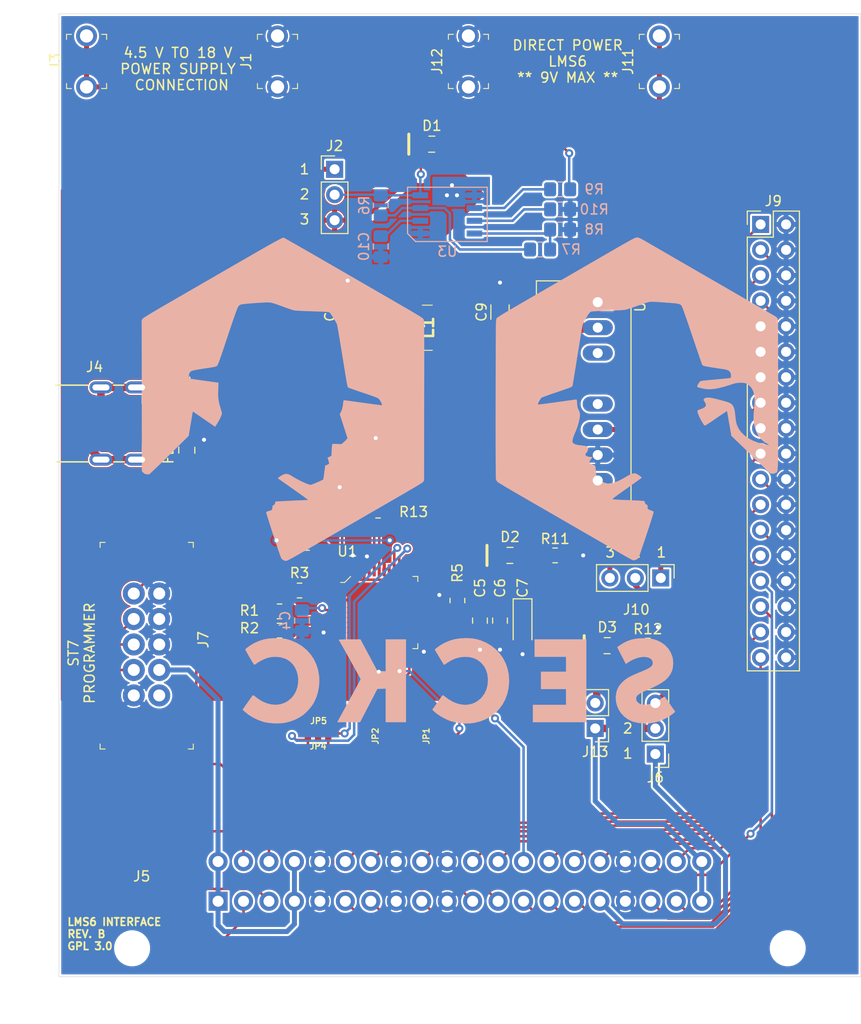
<source format=kicad_pcb>
(kicad_pcb (version 20171130) (host pcbnew "(5.1.7)-1")
  (title_block (title "LMS6 Layout") (date 2020-10-18) (rev A))
  (layers (0 F.Cu signal) (31 B.Cu signal) (34 B.Paste user) (35 F.Paste user) (36 B.SilkS user) (37 F.SilkS user) (38 B.Mask user) (39 F.Mask user) (44 Edge.Cuts user))
  (net 0 "")
  (net 1 GND)
  (net 2 "Net-(C3-Pad1)")
  (net 3 "/USB to UART/+5_USB")
  (net 4 "/DC-DC Converter/+V_in")
  (net 5 "Net-(C9-Pad1)")
  (net 6 "Net-(C10-Pad1)")
  (net 7 /eFuse/eFuse_In)
  (net 8 "Net-(D1-Pad2)")
  (net 9 "Net-(D2-Pad2)")
  (net 10 "Net-(D3-Pad1)")
  (net 11 "Net-(D3-Pad2)")
  (net 12 "Net-(FB1-Pad1)")
  (net 13 "Net-(FB2-Pad1)")
  (net 14 "/Card Edge Conn/9V_PS")
  (net 15 +9V)
  (net 16 +BATT)
  (net 17 "/Card Edge Conn/ST7-ICCSEL")
  (net 18 VDD)
  (net 19 "/Card Edge Conn/ST7-RESET")
  (net 20 "/Card Edge Conn/ST7-ICCCLK")
  (net 21 "/Card Edge Conn/ST7-ICCDATA")
  (net 22 "/USB to UART/UART2.RXD")
  (net 23 "/Card Edge Conn/U22.3")
  (net 24 "/Card Edge Conn/U21.20-DCLK")
  (net 25 "/Card Edge Conn/J5.3")
  (net 26 "/Card Edge Conn/J5.2")
  (net 27 "/Card Edge Conn/U3.18")
  (net 28 "/Card Edge Conn/HEADER1.10")
  (net 29 "/Card Edge Conn/HEADER1.9")
  (net 30 "/Card Edge Conn/HEADER1.7")
  (net 31 "/Card Edge Conn/HEADER1.6")
  (net 32 "/Card Edge Conn/HEADER1.5")
  (net 33 "/Card Edge Conn/HEADER1.4")
  (net 34 "/Card Edge Conn/HEADER1.3")
  (net 35 "/Card Edge Conn/HEADER1.2")
  (net 36 "/Card Edge Conn/HEADER1.1")
  (net 37 "/Card Edge Conn/SW1.4")
  (net 38 "/Card Edge Conn/SW1.3")
  (net 39 "/Card Edge Conn/SW1.2")
  (net 40 "/Card Edge Conn/SW1.1")
  (net 41 "/DC-DC Converter/+V_out")
  (net 42 "Net-(J10-Pad1)")
  (net 43 "Net-(R4-Pad1)")
  (net 44 "Net-(R6-Pad2)")
  (net 45 "Net-(R7-Pad2)")
  (net 46 "Net-(R9-Pad1)")
  (net 47 "Net-(R10-Pad1)")
  (net 48 "/Card Edge Conn/GPS.RXD")
  (net 49 "/Card Edge Conn/GPS.TXD")
  (net 50 "Net-(J5-Pad23)")
  (net 51 "Net-(J5-Pad26)")
  (net 52 "/Card Edge Conn/U3.19")
  (net 53 "/USB to UART/XTIN")
  (net 54 "/USB to UART/XOUT")
  (net 55 "/USB to UART/3V3OUT")
  (net 56 "/USB to UART/RSTOUT")
  (net 57 /+PS)
  (net 58 "/USB to UART/USBD_P")
  (net 59 "/USB to UART/USBD_N")
  (net 60 "/USB to UART/IN_USBD_N")
  (net 61 "/USB to UART/IN_USBD_P")
  (module LMS-6_Interface_Board:faceoff_med (layer B.Cu) (at 147.5 118.25 180)
    (fp_text reference G*** hide)
    (fp_text value LOGO hide)
  )
  (module LMS-6_Interface_Board:EBC20DRAS (layer F.Cu) (at 147.5 158.25 180)
    (fp_text reference J5 (at 31.75 0.5) (layer F.SilkS))
    (fp_text value EBC20DRAS)
    (pad "" np_thru_hole circle (at 32.705 -6.67 180) (size 3.18 3.18) (drill 3.18) (layers *.Cu *.Mask))
    (pad "" np_thru_hole circle (at -32.705 -6.67 180) (size 3.18 3.18) (drill 3.18) (layers *.Cu *.Mask))
    (pad 24 thru_hole circle (at -3.81 1.98 180) (size 1.9 1.9) (drill 1.1) (layers *.Cu *.Mask) (net 34 "/Card Edge Conn/HEADER1.3"))
    (pad 27 thru_hole circle (at -8.89 -1.98 180) (size 1.9 1.9) (drill 1.1) (layers *.Cu *.Mask) (net 31 "/Card Edge Conn/HEADER1.6"))
    (pad 22 thru_hole circle (at -1.27 1.98 180) (size 1.9 1.9) (drill 1.1) (layers *.Cu *.Mask) (net 35 "/Card Edge Conn/HEADER1.2"))
    (pad 21 thru_hole circle (at -1.27 -1.98 180) (size 1.9 1.9) (drill 1.1) (layers *.Cu *.Mask) (net 52 "/Card Edge Conn/U3.19"))
    (pad 23 thru_hole circle (at -3.81 -1.98 180) (size 1.9 1.9) (drill 1.1) (layers *.Cu *.Mask) (net 50 "Net-(J5-Pad23)"))
    (pad 30 thru_hole circle (at -11.43 1.98 180) (size 1.9 1.9) (drill 1.1) (layers *.Cu *.Mask) (net 23 "/Card Edge Conn/U22.3"))
    (pad 33 thru_hole circle (at -16.51 -1.98 180) (size 1.9 1.9) (drill 1.1) (layers *.Cu *.Mask) (net 1 GND))
    (pad 28 thru_hole circle (at -8.89 1.98 180) (size 1.9 1.9) (drill 1.1) (layers *.Cu *.Mask) (net 33 "/Card Edge Conn/HEADER1.4"))
    (pad 32 thru_hole circle (at -13.97 1.98 180) (size 1.9 1.9) (drill 1.1) (layers *.Cu *.Mask) (net 25 "/Card Edge Conn/J5.3"))
    (pad 34 thru_hole circle (at -16.51 1.98 180) (size 1.9 1.9) (drill 1.1) (layers *.Cu *.Mask) (net 1 GND))
    (pad 38 thru_hole circle (at -21.59 1.98 180) (size 1.9 1.9) (drill 1.1) (layers *.Cu *.Mask) (net 27 "/Card Edge Conn/U3.18"))
    (pad 40 thru_hole circle (at -24.13 1.98 180) (size 1.9 1.9) (drill 1.1) (layers *.Cu *.Mask) (net 15 +9V))
    (pad 25 thru_hole circle (at -6.35 -1.98 180) (size 1.9 1.9) (drill 1.1) (layers *.Cu *.Mask) (net 32 "/Card Edge Conn/HEADER1.5"))
    (pad 29 thru_hole circle (at -11.43 -1.98 180) (size 1.9 1.9) (drill 1.1) (layers *.Cu *.Mask) (net 30 "/Card Edge Conn/HEADER1.7"))
    (pad 26 thru_hole circle (at -6.35 1.98 180) (size 1.9 1.9) (drill 1.1) (layers *.Cu *.Mask) (net 51 "Net-(J5-Pad26)"))
    (pad 36 thru_hole circle (at -19.05 1.98 180) (size 1.9 1.9) (drill 1.1) (layers *.Cu *.Mask) (net 38 "/Card Edge Conn/SW1.3"))
    (pad 31 thru_hole circle (at -13.97 -1.98 180) (size 1.9 1.9) (drill 1.1) (layers *.Cu *.Mask) (net 16 +BATT))
    (pad 35 thru_hole circle (at -19.05 -1.98 180) (size 1.9 1.9) (drill 1.1) (layers *.Cu *.Mask) (net 29 "/Card Edge Conn/HEADER1.9"))
    (pad 39 thru_hole circle (at -24.13 -1.98 180) (size 1.9 1.9) (drill 1.1) (layers *.Cu *.Mask) (net 15 +9V))
    (pad 37 thru_hole circle (at -21.59 -1.98 180) (size 1.9 1.9) (drill 1.1) (layers *.Cu *.Mask) (net 28 "/Card Edge Conn/HEADER1.10"))
    (pad 20 thru_hole circle (at 1.27 1.98 180) (size 1.9 1.9) (drill 1.1) (layers *.Cu *.Mask) (net 1 GND))
    (pad 18 thru_hole circle (at 3.81 1.98 180) (size 1.9 1.9) (drill 1.1) (layers *.Cu *.Mask) (net 40 "/Card Edge Conn/SW1.1"))
    (pad 17 thru_hole circle (at 3.81 -1.98 180) (size 1.9 1.9) (drill 1.1) (layers *.Cu *.Mask) (net 39 "/Card Edge Conn/SW1.2"))
    (pad 19 thru_hole circle (at 1.27 -1.98 180) (size 1.9 1.9) (drill 1.1) (layers *.Cu *.Mask) (net 1 GND))
    (pad 12 thru_hole circle (at 11.43 1.98 180) (size 1.9 1.9) (drill 1.1) (layers *.Cu *.Mask) (net 24 "/Card Edge Conn/U21.20-DCLK"))
    (pad 15 thru_hole circle (at 6.35 -1.98 180) (size 1.9 1.9) (drill 1.1) (layers *.Cu *.Mask) (net 1 GND))
    (pad 10 thru_hole circle (at 13.97 1.98 180) (size 1.9 1.9) (drill 1.1) (layers *.Cu *.Mask) (net 1 GND))
    (pad 9 thru_hole circle (at 13.97 -1.98 180) (size 1.9 1.9) (drill 1.1) (layers *.Cu *.Mask) (net 1 GND))
    (pad 11 thru_hole circle (at 11.43 -1.98 180) (size 1.9 1.9) (drill 1.1) (layers *.Cu *.Mask) (net 26 "/Card Edge Conn/J5.2"))
    (pad 16 thru_hole circle (at 6.35 1.98 180) (size 1.9 1.9) (drill 1.1) (layers *.Cu *.Mask) (net 1 GND))
    (pad 13 thru_hole circle (at 8.89 -1.98 180) (size 1.9 1.9) (drill 1.1) (layers *.Cu *.Mask) (net 37 "/Card Edge Conn/SW1.4"))
    (pad 14 thru_hole circle (at 8.89 1.98 180) (size 1.9 1.9) (drill 1.1) (layers *.Cu *.Mask) (net 36 "/Card Edge Conn/HEADER1.1"))
    (pad 8 thru_hole circle (at 16.51 1.98 180) (size 1.9 1.9) (drill 1.1) (layers *.Cu *.Mask) (net 18 VDD))
    (pad 6 thru_hole circle (at 19.05 1.98 180) (size 1.9 1.9) (drill 1.1) (layers *.Cu *.Mask) (net 21 "/Card Edge Conn/ST7-ICCDATA"))
    (pad 5 thru_hole circle (at 19.05 -1.98 180) (size 1.9 1.9) (drill 1.1) (layers *.Cu *.Mask) (net 19 "/Card Edge Conn/ST7-RESET"))
    (pad 7 thru_hole circle (at 16.51 -1.98 180) (size 1.9 1.9) (drill 1.1) (layers *.Cu *.Mask) (net 18 VDD))
    (pad 4 thru_hole circle (at 21.59 1.98 180) (size 1.9 1.9) (drill 1.1) (layers *.Cu *.Mask) (net 17 "/Card Edge Conn/ST7-ICCSEL"))
    (pad 3 thru_hole circle (at 21.59 -1.98 180) (size 1.9 1.9) (drill 1.1) (layers *.Cu *.Mask) (net 20 "/Card Edge Conn/ST7-ICCCLK"))
    (pad 2 thru_hole circle (at 24.13 1.98 180) (size 1.9 1.9) (drill 1.1) (layers *.Cu *.Mask) (net 18 VDD))
    (pad 1 thru_hole rect (at 24.13 -1.98 180) (size 1.9 1.9) (drill 1.1) (layers *.Cu *.Mask) (net 18 VDD))
  )
  (module SamacSys_Parts:TCK154 (layer F.Cu) (at 144.25 103.05 270)
    (fp_text reference L1 (at 0 0 90) (layer F.SilkS) (effects (font (size 1.27 1.27) (thickness 0.254))))
    (fp_text value TCK-154 hide)
    (pad 2 smd rect (at 0 -1.625) (size 1.75 4.5) (layers F.Cu F.Paste F.Mask) (net 5 "Net-(C9-Pad1)"))
    (pad 1 smd rect (at 0 1.625) (size 1.75 4.5) (layers F.Cu F.Paste F.Mask) (net 4 "/DC-DC Converter/+V_in"))
  )
  (module digikey-footprints:PinHeader_2x5_P2.54mm_Drill1.2mm (layer F.Cu) (at 117.5 129.55 270)
    (fp_text reference J7 (at 4.6 -4.4 90) (layer F.SilkS))
    (fp_text value 302-S101)
    (pad 10 thru_hole circle (at 10.16 2.54 270) (size 2.2 2.2) (drill 1.2) (layers *.Cu *.Mask) (net 1 GND))
    (pad 9 thru_hole circle (at 10.16 0 270) (size 2.2 2.2) (drill 1.2) (layers *.Cu *.Mask))
    (pad 8 thru_hole circle (at 7.62 2.54 270) (size 2.2 2.2) (drill 1.2) (layers *.Cu *.Mask) (net 17 "/Card Edge Conn/ST7-ICCSEL"))
    (pad 7 thru_hole circle (at 7.62 0 270) (size 2.2 2.2) (drill 1.2) (layers *.Cu *.Mask) (net 18 VDD))
    (pad 6 thru_hole circle (at 5.08 2.54 270) (size 2.2 2.2) (drill 1.2) (layers *.Cu *.Mask) (net 19 "/Card Edge Conn/ST7-RESET"))
    (pad 5 thru_hole circle (at 5.08 0 270) (size 2.2 2.2) (drill 1.2) (layers *.Cu *.Mask) (net 1 GND))
    (pad 4 thru_hole circle (at 2.54 2.54 270) (size 2.2 2.2) (drill 1.2) (layers *.Cu *.Mask) (net 20 "/Card Edge Conn/ST7-ICCCLK"))
    (pad 3 thru_hole circle (at 2.54 0 270) (size 2.2 2.2) (drill 1.2) (layers *.Cu *.Mask) (net 1 GND))
    (pad 2 thru_hole circle (at 0 2.54 270) (size 2.2 2.2) (drill 1.2) (layers *.Cu *.Mask) (net 21 "/Card Edge Conn/ST7-ICCDATA"))
    (pad 1 thru_hole circle (at 0 0 270) (size 2.2 2.2) (drill 1.2) (layers *.Cu *.Mask) (net 1 GND))
  )
  (module LMS-6_Interface_Board:LQFP-48_7x7mm_Narrow_Pad (layer F.Cu) (at 139.7 131.445)
    (fp_text reference U1 (at -3.429 -6.096) (layer F.SilkS))
    (fp_text value FT2232D-REEL)
    (pad 7 smd rect (at -4.2 0.25) (size 1.2 0.3) (layers F.Cu F.Paste F.Mask) (net 58 "/USB to UART/USBD_P"))
    (pad 6 smd rect (at -4.2 -0.25) (size 1.2 0.3) (layers F.Cu F.Paste F.Mask) (net 55 "/USB to UART/3V3OUT"))
    (pad 42 smd rect (at 0.25 -4.2) (size 0.3 1.2) (layers F.Cu F.Paste F.Mask) (net 3 "/USB to UART/+5_USB"))
    (pad 43 smd rect (at -0.25 -4.2) (size 0.3 1.2) (layers F.Cu F.Paste F.Mask) (net 53 "/USB to UART/XTIN"))
    (pad 5 smd rect (at -4.2 -0.75) (size 1.2 0.3) (layers F.Cu F.Paste F.Mask) (net 56 "/USB to UART/RSTOUT"))
    (pad 4 smd rect (at -4.2 -1.25) (size 1.2 0.3) (layers F.Cu F.Paste F.Mask) (net 3 "/USB to UART/+5_USB"))
    (pad 3 smd rect (at -4.2 -1.75) (size 1.2 0.3) (layers F.Cu F.Paste F.Mask) (net 3 "/USB to UART/+5_USB"))
    (pad 2 smd rect (at -4.2 -2.25) (size 1.2 0.3) (layers F.Cu F.Paste F.Mask) (net 43 "Net-(R4-Pad1)"))
    (pad 1 smd rect (at -4.2 -2.75) (size 1.2 0.3) (layers F.Cu F.Paste F.Mask))
    (pad 44 smd rect (at -0.75 -4.2) (size 0.3 1.2) (layers F.Cu F.Paste F.Mask) (net 54 "/USB to UART/XOUT"))
    (pad 45 smd rect (at -1.25 -4.2) (size 0.3 1.2) (layers F.Cu F.Paste F.Mask) (net 1 GND))
    (pad 46 smd rect (at -1.75 -4.2) (size 0.3 1.2) (layers F.Cu F.Paste F.Mask) (net 2 "Net-(C3-Pad1)"))
    (pad 47 smd rect (at -2.25 -4.2) (size 0.3 1.2) (layers F.Cu F.Paste F.Mask) (net 1 GND))
    (pad 48 smd rect (at -2.75 -4.2) (size 0.3 1.2) (layers F.Cu F.Paste F.Mask))
    (pad 8 smd rect (at -4.2 0.75) (size 1.2 0.3) (layers F.Cu F.Paste F.Mask) (net 59 "/USB to UART/USBD_N"))
    (pad 9 smd rect (at -4.2 1.25) (size 1.2 0.3) (layers F.Cu F.Paste F.Mask) (net 1 GND))
    (pad 10 smd rect (at -4.2 1.75) (size 1.2 0.3) (layers F.Cu F.Paste F.Mask))
    (pad 11 smd rect (at -4.2 2.25) (size 1.2 0.3) (layers F.Cu F.Paste F.Mask))
    (pad 12 smd rect (at -4.2 2.75) (size 1.2 0.3) (layers F.Cu F.Paste F.Mask))
    (pad 41 smd rect (at 0.75 -4.2) (size 0.3 1.2) (layers F.Cu F.Paste F.Mask))
    (pad 40 smd rect (at 1.25 -4.2) (size 0.3 1.2) (layers F.Cu F.Paste F.Mask) (net 52 "/Card Edge Conn/U3.19"))
    (pad 39 smd rect (at 1.75 -4.2) (size 0.3 1.2) (layers F.Cu F.Paste F.Mask) (net 22 "/USB to UART/UART2.RXD"))
    (pad 38 smd rect (at 2.25 -4.2) (size 0.3 1.2) (layers F.Cu F.Paste F.Mask))
    (pad 37 smd rect (at 2.75 -4.2) (size 0.3 1.2) (layers F.Cu F.Paste F.Mask))
    (pad 13 smd rect (at -2.75 4.2) (size 0.3 1.2) (layers F.Cu F.Paste F.Mask))
    (pad 14 smd rect (at -2.25 4.2) (size 0.3 1.2) (layers F.Cu F.Paste F.Mask) (net 3 "/USB to UART/+5_USB"))
    (pad 15 smd rect (at -1.75 4.2) (size 0.3 1.2) (layers F.Cu F.Paste F.Mask))
    (pad 16 smd rect (at -1.25 4.2) (size 0.3 1.2) (layers F.Cu F.Paste F.Mask))
    (pad 17 smd rect (at -0.75 4.2) (size 0.3 1.2) (layers F.Cu F.Paste F.Mask))
    (pad 18 smd rect (at -0.25 4.2) (size 0.3 1.2) (layers F.Cu F.Paste F.Mask) (net 1 GND))
    (pad 19 smd rect (at 0.25 4.2) (size 0.3 1.2) (layers F.Cu F.Paste F.Mask))
    (pad 20 smd rect (at 0.75 4.2) (size 0.3 1.2) (layers F.Cu F.Paste F.Mask))
    (pad 21 smd rect (at 1.25 4.2) (size 0.3 1.2) (layers F.Cu F.Paste F.Mask))
    (pad 22 smd rect (at 1.75 4.2) (size 0.3 1.2) (layers F.Cu F.Paste F.Mask))
    (pad 23 smd rect (at 2.25 4.2) (size 0.3 1.2) (layers F.Cu F.Paste F.Mask) (net 49 "/Card Edge Conn/GPS.TXD"))
    (pad 24 smd rect (at 2.75 4.2) (size 0.3 1.2) (layers F.Cu F.Paste F.Mask) (net 48 "/Card Edge Conn/GPS.RXD"))
    (pad 25 smd rect (at 4.2 2.75) (size 1.2 0.3) (layers F.Cu F.Paste F.Mask) (net 1 GND))
    (pad 26 smd rect (at 4.2 2.25) (size 1.2 0.3) (layers F.Cu F.Paste F.Mask))
    (pad 27 smd rect (at 4.2 1.75) (size 1.2 0.3) (layers F.Cu F.Paste F.Mask))
    (pad 28 smd rect (at 4.2 1.25) (size 1.2 0.3) (layers F.Cu F.Paste F.Mask))
    (pad 29 smd rect (at 4.2 0.75) (size 1.2 0.3) (layers F.Cu F.Paste F.Mask))
    (pad 30 smd rect (at 4.2 0.25) (size 1.2 0.3) (layers F.Cu F.Paste F.Mask))
    (pad 31 smd rect (at 4.2 -0.25) (size 1.2 0.3) (layers F.Cu F.Paste F.Mask) (net 3 "/USB to UART/+5_USB"))
    (pad 32 smd rect (at 4.2 -0.75) (size 1.2 0.3) (layers F.Cu F.Paste F.Mask))
    (pad 33 smd rect (at 4.2 -1.25) (size 1.2 0.3) (layers F.Cu F.Paste F.Mask))
    (pad 34 smd rect (at 4.2 -1.75) (size 1.2 0.3) (layers F.Cu F.Paste F.Mask) (net 1 GND))
    (pad 35 smd rect (at 4.2 -2.25) (size 1.2 0.3) (layers F.Cu F.Paste F.Mask))
    (pad 36 smd rect (at 4.2 -2.75) (size 1.2 0.3) (layers F.Cu F.Paste F.Mask))
  )
  (module LMS-6_Interface_Board:CSTNR_Resonator (layer F.Cu) (at 139.065 116.205 180)
    (fp_text reference Y1 (at -3.81 0) (layer F.SilkS))
    (fp_text value CSTNR6M00GH5C000R0)
    (pad 3 smd rect (at 1.5 0 180) (size 0.4 2.75) (layers F.Cu F.Paste F.Mask) (net 54 "/USB to UART/XOUT"))
    (pad 2 smd rect (at 0 0 180) (size 0.4 2.75) (layers F.Cu F.Paste F.Mask) (net 1 GND))
    (pad 1 smd rect (at -1.5 0 180) (size 0.4 2.75) (layers F.Cu F.Paste F.Mask) (net 53 "/USB to UART/XTIN"))
  )
  (module Resistor_SMD:R_0805_2012Metric_Pad1.20x1.40mm_HandSolder (layer F.Cu) (at 139.335 121.285)
    (fp_text reference R13 (at 3.54 0.127) (layer F.SilkS))
    (fp_text value 1M)
    (pad 2 smd roundrect (at 1 0) (size 1.2 1.4) (layers F.Cu F.Paste F.Mask) (roundrect_rratio 0.2083325) (net 53 "/USB to UART/XTIN"))
    (pad 1 smd roundrect (at -1 0) (size 1.2 1.4) (layers F.Cu F.Paste F.Mask) (roundrect_rratio 0.2083325) (net 54 "/USB to UART/XOUT"))
  )
  (module Jumpers:SMT-JUMPER_3_1-NC_TRACE_NO-SILK (layer F.Cu) (at 133.35 143.51 180)
    (fp_text reference JP5 (at -0.05 1.26) (layer F.SilkS) (effects (font (size 0.6096 0.6096) (thickness 0.127))))
    (fp_text value JUMPER-SMT_3_1-NC)
    (fp_line (start 0 0) (end 1.016 0) (layer F.Cu) (width 0.254))
    (pad 3 smd rect (at 1.016 0 180) (size 0.635 1.27) (layers F.Cu F.Mask) (net 22 "/USB to UART/UART2.RXD"))
    (pad 2 smd rect (at 0 0 180) (size 0.635 1.27) (layers F.Cu F.Mask) (net 22 "/USB to UART/UART2.RXD"))
    (pad 1 smd rect (at -1.016 0 180) (size 0.635 1.27) (layers F.Cu F.Mask) (net 52 "/Card Edge Conn/U3.19"))
  )
  (module Jumpers:SMT-JUMPER_3_1-NC_TRACE_NO-SILK (layer F.Cu) (at 133.35 146.05)
    (fp_text reference JP4 (at 0 -1.27) (layer F.SilkS) (effects (font (size 0.6096 0.6096) (thickness 0.127))))
    (fp_text value JUMPER-SMT_3_1-NC)
    (fp_line (start 0 0) (end 1.016 0) (layer F.Cu) (width 0.254))
    (pad 3 smd rect (at 1.016 0) (size 0.635 1.27) (layers F.Cu F.Mask) (net 52 "/Card Edge Conn/U3.19"))
    (pad 2 smd rect (at 0 0) (size 0.635 1.27) (layers F.Cu F.Mask) (net 52 "/Card Edge Conn/U3.19"))
    (pad 1 smd rect (at -1.016 0) (size 0.635 1.27) (layers F.Cu F.Mask) (net 22 "/USB to UART/UART2.RXD"))
  )
  (module Jumpers:SMT-JUMPER_3_1-NC_TRACE_NO-SILK (layer F.Cu) (at 140.335 143.764 90)
    (fp_text reference JP2 (at 0 -1.27 90) (layer F.SilkS) (effects (font (size 0.6096 0.6096) (thickness 0.127))))
    (fp_text value JUMPER-SMT_3_1-NC hide)
    (fp_line (start 0 0) (end 1.016 0) (layer F.Cu) (width 0.254))
    (pad 3 smd rect (at 1.016 0 90) (size 0.635 1.27) (layers F.Cu F.Mask) (net 51 "Net-(J5-Pad26)"))
    (pad 2 smd rect (at 0 0 90) (size 0.635 1.27) (layers F.Cu F.Mask) (net 48 "/Card Edge Conn/GPS.RXD"))
    (pad 1 smd rect (at -1.016 0 90) (size 0.635 1.27) (layers F.Cu F.Mask) (net 50 "Net-(J5-Pad23)"))
  )
  (module Jumpers:SMT-JUMPER_3_1-NC_TRACE_NO-SILK (layer F.Cu) (at 145.415 143.764 270)
    (fp_text reference JP1 (at 0 1.27 90) (layer F.SilkS) (effects (font (size 0.6096 0.6096) (thickness 0.127))))
    (fp_text value JUMPER-SMT_3_1-NC hide)
    (fp_line (start 0 0) (end 1.016 0) (layer F.Cu) (width 0.254))
    (pad 3 smd rect (at 1.016 0 270) (size 0.635 1.27) (layers F.Cu F.Mask) (net 50 "Net-(J5-Pad23)"))
    (pad 2 smd rect (at 0 0 270) (size 0.635 1.27) (layers F.Cu F.Mask) (net 49 "/Card Edge Conn/GPS.TXD"))
    (pad 1 smd rect (at -1.016 0 270) (size 0.635 1.27) (layers F.Cu F.Mask) (net 51 "Net-(J5-Pad26)"))
  )
  (module LMS-6_Interface_Board:SOIC-8_W5.4mm (layer B.Cu) (at 146.25 91.75 90)
    (fp_text reference U3 (at -3.705 0 180) (layer B.SilkS) (effects (justify mirror)))
    (fp_text value TPS25921x)
    (pad 4 smd rect (at 1.905 -2.7 90) (size 0.6 1.55) (layers B.Cu B.Paste B.Mask) (net 7 /eFuse/eFuse_In))
    (pad 5 smd rect (at 1.905 2.7 90) (size 0.6 1.55) (layers B.Cu B.Paste B.Mask) (net 4 "/DC-DC Converter/+V_in"))
    (pad 3 smd rect (at 0.635 -2.7 90) (size 0.6 1.55) (layers B.Cu B.Paste B.Mask) (net 44 "Net-(R6-Pad2)"))
    (pad 6 smd rect (at 0.635 2.7 90) (size 0.6 1.55) (layers B.Cu B.Paste B.Mask) (net 46 "Net-(R9-Pad1)"))
    (pad 2 smd rect (at -0.635 -2.7 90) (size 0.6 1.55) (layers B.Cu B.Paste B.Mask) (net 6 "Net-(C10-Pad1)"))
    (pad 7 smd rect (at -0.635 2.7 90) (size 0.6 1.55) (layers B.Cu B.Paste B.Mask) (net 47 "Net-(R10-Pad1)"))
    (pad 1 smd rect (at -1.905 -2.7 90) (size 0.6 1.55) (layers B.Cu B.Paste B.Mask) (net 1 GND))
    (pad 8 smd rect (at -1.905 2.7 90) (size 0.6 1.55) (layers B.Cu B.Paste B.Mask) (net 45 "Net-(R7-Pad2)"))
  )
  (module Converter_DCDC:Converter_DCDC_TRACO_TMR-xxxx_THT (layer F.Cu) (at 161.25 100.5 270)
    (fp_text reference U2 (at 0 -4.24 90) (layer F.SilkS))
    (fp_text value TEC2-1219WI)
    (pad 8 thru_hole oval (at 17.78 0 270) (size 1.5 3) (drill 1) (layers *.Cu *.Mask))
    (pad 7 thru_hole oval (at 15.24 0 270) (size 1.5 3) (drill 1) (layers *.Cu *.Mask) (net 1 GND))
    (pad 3 thru_hole oval (at 5.08 0 270) (size 1.5 3) (drill 1) (layers *.Cu *.Mask))
    (pad 6 thru_hole oval (at 12.7 0 270) (size 1.5 3) (drill 1) (layers *.Cu *.Mask) (net 41 "/DC-DC Converter/+V_out"))
    (pad 5 thru_hole oval (at 10.16 0 270) (size 1.5 3) (drill 1) (layers *.Cu *.Mask))
    (pad 2 thru_hole oval (at 2.54 0 270) (size 1.5 3) (drill 1) (layers *.Cu *.Mask) (net 5 "Net-(C9-Pad1)"))
    (pad 1 thru_hole rect (at 0 0 270) (size 1.5 3) (drill 1) (layers *.Cu *.Mask) (net 1 GND))
  )
  (module Resistor_SMD:R_0805_2012Metric_Pad1.20x1.40mm_HandSolder (layer F.Cu) (at 166.25 134.75)
    (fp_text reference R12 (at 0 -1.65) (layer F.SilkS))
    (fp_text value 909)
    (pad 2 smd roundrect (at 1 0) (size 1.2 1.4) (layers F.Cu F.Paste F.Mask) (roundrect_rratio 0.2083325) (net 1 GND))
    (pad 1 smd roundrect (at -1 0) (size 1.2 1.4) (layers F.Cu F.Paste F.Mask) (roundrect_rratio 0.2083325) (net 11 "Net-(D3-Pad2)"))
  )
  (module Resistor_SMD:R_0805_2012Metric_Pad1.20x1.40mm_HandSolder (layer F.Cu) (at 157 125.75)
    (fp_text reference R11 (at 0 -1.65) (layer F.SilkS))
    (fp_text value 280)
    (pad 2 smd roundrect (at 1 0) (size 1.2 1.4) (layers F.Cu F.Paste F.Mask) (roundrect_rratio 0.2083325) (net 1 GND))
    (pad 1 smd roundrect (at -1 0) (size 1.2 1.4) (layers F.Cu F.Paste F.Mask) (roundrect_rratio 0.2083325) (net 9 "Net-(D2-Pad2)"))
  )
  (module Resistor_SMD:R_0805_2012Metric_Pad1.20x1.40mm_HandSolder (layer B.Cu) (at 157.5 91.25)
    (fp_text reference R10 (at 3.4 0) (layer B.SilkS) (effects (justify mirror)))
    (fp_text value 143K)
    (pad 2 smd roundrect (at 1 0) (size 1.2 1.4) (layers B.Cu B.Paste B.Mask) (roundrect_rratio 0.2083325) (net 1 GND))
    (pad 1 smd roundrect (at -1 0) (size 1.2 1.4) (layers B.Cu B.Paste B.Mask) (roundrect_rratio 0.2083325) (net 47 "Net-(R10-Pad1)"))
  )
  (module Resistor_SMD:R_0805_2012Metric_Pad1.20x1.40mm_HandSolder (layer B.Cu) (at 157.5 89.25)
    (fp_text reference R9 (at 3.4 0) (layer B.SilkS) (effects (justify mirror)))
    (fp_text value 1.62K)
    (pad 2 smd roundrect (at 1 0) (size 1.2 1.4) (layers B.Cu B.Paste B.Mask) (roundrect_rratio 0.2083325) (net 8 "Net-(D1-Pad2)"))
    (pad 1 smd roundrect (at -1 0) (size 1.2 1.4) (layers B.Cu B.Paste B.Mask) (roundrect_rratio 0.2083325) (net 46 "Net-(R9-Pad1)"))
  )
  (module Resistor_SMD:R_0805_2012Metric_Pad1.20x1.40mm_HandSolder (layer B.Cu) (at 157.5 93.260999)
    (fp_text reference R8 (at 3.4 -0.010999) (layer B.SilkS) (effects (justify mirror)))
    (fp_text value 54.9K)
    (pad 2 smd roundrect (at 1 0) (size 1.2 1.4) (layers B.Cu B.Paste B.Mask) (roundrect_rratio 0.2083325) (net 1 GND))
    (pad 1 smd roundrect (at -1 0) (size 1.2 1.4) (layers B.Cu B.Paste B.Mask) (roundrect_rratio 0.2083325) (net 45 "Net-(R7-Pad2)"))
  )
  (module Resistor_SMD:R_0805_2012Metric_Pad1.20x1.40mm_HandSolder (layer B.Cu) (at 155.5 95.25)
    (fp_text reference R7 (at 3.1 0) (layer B.SilkS) (effects (justify mirror)))
    (fp_text value 137K)
    (pad 2 smd roundrect (at 1 0) (size 1.2 1.4) (layers B.Cu B.Paste B.Mask) (roundrect_rratio 0.2083325) (net 45 "Net-(R7-Pad2)"))
    (pad 1 smd roundrect (at -1 0) (size 1.2 1.4) (layers B.Cu B.Paste B.Mask) (roundrect_rratio 0.2083325) (net 44 "Net-(R6-Pad2)"))
  )
  (module Resistor_SMD:R_0805_2012Metric_Pad1.20x1.40mm_HandSolder (layer B.Cu) (at 139.6 90.85 270)
    (fp_text reference R6 (at 0 1.65 90) (layer B.SilkS) (effects (justify mirror)))
    (fp_text value 470K)
    (pad 2 smd roundrect (at 1 0 270) (size 1.2 1.4) (layers B.Cu B.Paste B.Mask) (roundrect_rratio 0.2083325) (net 44 "Net-(R6-Pad2)"))
    (pad 1 smd roundrect (at -1 0 270) (size 1.2 1.4) (layers B.Cu B.Paste B.Mask) (roundrect_rratio 0.2083325) (net 7 /eFuse/eFuse_In))
  )
  (module Resistor_SMD:R_0805_2012Metric_Pad1.20x1.40mm_HandSolder (layer F.Cu) (at 147.25 130.25 270)
    (fp_text reference R5 (at -2.75 0 270) (layer F.SilkS))
    (fp_text value 470)
    (pad 2 smd roundrect (at 1 0 270) (size 1.2 1.4) (layers F.Cu F.Paste F.Mask) (roundrect_rratio 0.2083325) (net 3 "/USB to UART/+5_USB"))
    (pad 1 smd roundrect (at -1 0 270) (size 1.2 1.4) (layers F.Cu F.Paste F.Mask) (roundrect_rratio 0.2083325) (net 2 "Net-(C3-Pad1)"))
  )
  (module Resistor_SMD:R_0805_2012Metric_Pad1.20x1.40mm_HandSolder (layer F.Cu) (at 132.25 124.5 180)
    (fp_text reference R4 (at 0.05 1.55) (layer F.SilkS))
    (fp_text value 10k)
    (pad 2 smd roundrect (at 1 0 180) (size 1.2 1.4) (layers F.Cu F.Paste F.Mask) (roundrect_rratio 0.2083325) (net 3 "/USB to UART/+5_USB"))
    (pad 1 smd roundrect (at -1 0 180) (size 1.2 1.4) (layers F.Cu F.Paste F.Mask) (roundrect_rratio 0.2083325) (net 43 "Net-(R4-Pad1)"))
  )
  (module Resistor_SMD:R_0805_2012Metric_Pad1.20x1.40mm_HandSolder (layer F.Cu) (at 131.5 129.25 180)
    (fp_text reference R3 (at 0 1.75) (layer F.SilkS))
    (fp_text value 1.5K)
    (pad 2 smd roundrect (at 1 0 180) (size 1.2 1.4) (layers F.Cu F.Paste F.Mask) (roundrect_rratio 0.2083325) (net 58 "/USB to UART/USBD_P"))
    (pad 1 smd roundrect (at -1 0 180) (size 1.2 1.4) (layers F.Cu F.Paste F.Mask) (roundrect_rratio 0.2083325) (net 56 "/USB to UART/RSTOUT"))
  )
  (module Resistor_SMD:R_0805_2012Metric_Pad1.20x1.40mm_HandSolder (layer F.Cu) (at 129.5 133.25 180)
    (fp_text reference R2 (at 3 0.25) (layer F.SilkS))
    (fp_text value 27)
    (pad 2 smd roundrect (at 1 0 180) (size 1.2 1.4) (layers F.Cu F.Paste F.Mask) (roundrect_rratio 0.2083325) (net 60 "/USB to UART/IN_USBD_N"))
    (pad 1 smd roundrect (at -1 0 180) (size 1.2 1.4) (layers F.Cu F.Paste F.Mask) (roundrect_rratio 0.2083325) (net 59 "/USB to UART/USBD_N"))
  )
  (module Resistor_SMD:R_0805_2012Metric_Pad1.20x1.40mm_HandSolder (layer F.Cu) (at 129.5 131.33 180)
    (fp_text reference R1 (at 3 0.08) (layer F.SilkS))
    (fp_text value 27)
    (pad 2 smd roundrect (at 1 0 180) (size 1.2 1.4) (layers F.Cu F.Paste F.Mask) (roundrect_rratio 0.208) (net 61 "/USB to UART/IN_USBD_P"))
    (pad 1 smd roundrect (at -1 0 180) (size 1.2 1.4) (layers F.Cu F.Paste F.Mask) (roundrect_rratio 0.2083325) (net 58 "/USB to UART/USBD_P"))
  )
  (module Connector_PinHeader_2.54mm:PinHeader_1x02_P2.54mm_Vertical (layer F.Cu) (at 161 143 180)
    (fp_text reference J13 (at 0 -2.33) (layer F.SilkS))
    (fp_text value Conn_01x02)
    (pad 2 thru_hole oval (at 0 2.54 180) (size 1.7 1.7) (drill 1) (layers *.Cu *.Mask) (net 10 "Net-(D3-Pad1)"))
    (pad 1 thru_hole rect (at 0 0 180) (size 1.7 1.7) (drill 1) (layers *.Cu *.Mask) (net 15 +9V))
  )
  (module digikey-footprints:Test_Jack_Horiz (layer F.Cu) (at 148.35 76.5 90)
    (fp_text reference J12 (at 0 -3.13 90) (layer F.SilkS))
    (fp_text value 105-1103-001)
    (pad 1 thru_hole circle (at 2.54 0 90) (size 2.0828 2.0828) (drill 1.3208) (layers *.Cu *.Mask) (net 1 GND))
    (pad 1 thru_hole circle (at -2.54 0 90) (size 2.0828 2.0828) (drill 1.3208) (layers *.Cu *.Mask) (net 1 GND))
  )
  (module digikey-footprints:Test_Jack_Horiz (layer F.Cu) (at 167.4 76.5 90)
    (fp_text reference J11 (at 0 -3.13 90) (layer F.SilkS))
    (fp_text value 105-1102-001)
    (pad 1 thru_hole circle (at 2.54 0 90) (size 2.0828 2.0828) (drill 1.3208) (layers *.Cu *.Mask) (net 42 "Net-(J10-Pad1)"))
    (pad 1 thru_hole circle (at -2.54 0 90) (size 2.0828 2.0828) (drill 1.3208) (layers *.Cu *.Mask) (net 42 "Net-(J10-Pad1)"))
  )
  (module Connector_PinHeader_2.54mm:PinHeader_1x03_P2.54mm_Vertical (layer F.Cu) (at 167.54 128 270)
    (fp_text reference J10 (at 3.15 2.44 180) (layer F.SilkS))
    (fp_text value Conn_01x03)
    (pad 3 thru_hole oval (at 0 5.08 270) (size 1.7 1.7) (drill 1) (layers *.Cu *.Mask) (net 41 "/DC-DC Converter/+V_out"))
    (pad 2 thru_hole oval (at 0 2.54 270) (size 1.7 1.7) (drill 1) (layers *.Cu *.Mask) (net 14 "/Card Edge Conn/9V_PS"))
    (pad 1 thru_hole rect (at 0 0 270) (size 1.7 1.7) (drill 1) (layers *.Cu *.Mask) (net 42 "Net-(J10-Pad1)"))
  )
  (module Connector_PinHeader_2.54mm:PinHeader_2x18_P2.54mm_Vertical (layer F.Cu) (at 177.5 92.75)
    (fp_text reference J9 (at 1.27 -2.33) (layer F.SilkS))
    (fp_text value Conn_02x18_Odd_Even)
    (pad 36 thru_hole oval (at 2.54 43.18) (size 1.7 1.7) (drill 1) (layers *.Cu *.Mask) (net 1 GND))
    (pad 35 thru_hole oval (at 0 43.18) (size 1.7 1.7) (drill 1) (layers *.Cu *.Mask) (net 28 "/Card Edge Conn/HEADER1.10"))
    (pad 34 thru_hole oval (at 2.54 40.64) (size 1.7 1.7) (drill 1) (layers *.Cu *.Mask) (net 1 GND))
    (pad 33 thru_hole oval (at 0 40.64) (size 1.7 1.7) (drill 1) (layers *.Cu *.Mask) (net 27 "/Card Edge Conn/U3.18"))
    (pad 32 thru_hole oval (at 2.54 38.1) (size 1.7 1.7) (drill 1) (layers *.Cu *.Mask) (net 1 GND))
    (pad 31 thru_hole oval (at 0 38.1) (size 1.7 1.7) (drill 1) (layers *.Cu *.Mask) (net 29 "/Card Edge Conn/HEADER1.9"))
    (pad 30 thru_hole oval (at 2.54 35.56) (size 1.7 1.7) (drill 1) (layers *.Cu *.Mask) (net 1 GND))
    (pad 29 thru_hole oval (at 0 35.56) (size 1.7 1.7) (drill 1) (layers *.Cu *.Mask) (net 38 "/Card Edge Conn/SW1.3"))
    (pad 28 thru_hole oval (at 2.54 33.02) (size 1.7 1.7) (drill 1) (layers *.Cu *.Mask) (net 1 GND))
    (pad 27 thru_hole oval (at 0 33.02) (size 1.7 1.7) (drill 1) (layers *.Cu *.Mask) (net 25 "/Card Edge Conn/J5.3"))
    (pad 26 thru_hole oval (at 2.54 30.48) (size 1.7 1.7) (drill 1) (layers *.Cu *.Mask) (net 1 GND))
    (pad 25 thru_hole oval (at 0 30.48) (size 1.7 1.7) (drill 1) (layers *.Cu *.Mask) (net 30 "/Card Edge Conn/HEADER1.7"))
    (pad 24 thru_hole oval (at 2.54 27.94) (size 1.7 1.7) (drill 1) (layers *.Cu *.Mask) (net 1 GND))
    (pad 23 thru_hole oval (at 0 27.94) (size 1.7 1.7) (drill 1) (layers *.Cu *.Mask) (net 23 "/Card Edge Conn/U22.3"))
    (pad 22 thru_hole oval (at 2.54 25.4) (size 1.7 1.7) (drill 1) (layers *.Cu *.Mask) (net 1 GND))
    (pad 21 thru_hole oval (at 0 25.4) (size 1.7 1.7) (drill 1) (layers *.Cu *.Mask) (net 31 "/Card Edge Conn/HEADER1.6"))
    (pad 20 thru_hole oval (at 2.54 22.86) (size 1.7 1.7) (drill 1) (layers *.Cu *.Mask) (net 1 GND))
    (pad 19 thru_hole oval (at 0 22.86) (size 1.7 1.7) (drill 1) (layers *.Cu *.Mask) (net 33 "/Card Edge Conn/HEADER1.4"))
    (pad 18 thru_hole oval (at 2.54 20.32) (size 1.7 1.7) (drill 1) (layers *.Cu *.Mask) (net 1 GND))
    (pad 17 thru_hole oval (at 0 20.32) (size 1.7 1.7) (drill 1) (layers *.Cu *.Mask) (net 32 "/Card Edge Conn/HEADER1.5"))
    (pad 16 thru_hole oval (at 2.54 17.78) (size 1.7 1.7) (drill 1) (layers *.Cu *.Mask) (net 1 GND))
    (pad 15 thru_hole oval (at 0 17.78) (size 1.7 1.7) (drill 1) (layers *.Cu *.Mask) (net 34 "/Card Edge Conn/HEADER1.3"))
    (pad 14 thru_hole oval (at 2.54 15.24) (size 1.7 1.7) (drill 1) (layers *.Cu *.Mask) (net 1 GND))
    (pad 13 thru_hole oval (at 0 15.24) (size 1.7 1.7) (drill 1) (layers *.Cu *.Mask) (net 35 "/Card Edge Conn/HEADER1.2"))
    (pad 12 thru_hole oval (at 2.54 12.7) (size 1.7 1.7) (drill 1) (layers *.Cu *.Mask) (net 1 GND))
    (pad 11 thru_hole oval (at 0 12.7) (size 1.7 1.7) (drill 1) (layers *.Cu *.Mask) (net 39 "/Card Edge Conn/SW1.2"))
    (pad 10 thru_hole oval (at 2.54 10.16) (size 1.7 1.7) (drill 1) (layers *.Cu *.Mask) (net 1 GND))
    (pad 9 thru_hole oval (at 0 10.16) (size 1.7 1.7) (drill 1) (layers *.Cu *.Mask) (net 40 "/Card Edge Conn/SW1.1"))
    (pad 8 thru_hole oval (at 2.54 7.62) (size 1.7 1.7) (drill 1) (layers *.Cu *.Mask) (net 1 GND))
    (pad 7 thru_hole oval (at 0 7.62) (size 1.7 1.7) (drill 1) (layers *.Cu *.Mask) (net 37 "/Card Edge Conn/SW1.4"))
    (pad 6 thru_hole oval (at 2.54 5.08) (size 1.7 1.7) (drill 1) (layers *.Cu *.Mask) (net 1 GND))
    (pad 5 thru_hole oval (at 0 5.08) (size 1.7 1.7) (drill 1) (layers *.Cu *.Mask) (net 36 "/Card Edge Conn/HEADER1.1"))
    (pad 4 thru_hole oval (at 2.54 2.54) (size 1.7 1.7) (drill 1) (layers *.Cu *.Mask) (net 1 GND))
    (pad 3 thru_hole oval (at 0 2.54) (size 1.7 1.7) (drill 1) (layers *.Cu *.Mask) (net 26 "/Card Edge Conn/J5.2"))
    (pad 2 thru_hole oval (at 2.54 0) (size 1.7 1.7) (drill 1) (layers *.Cu *.Mask) (net 1 GND))
    (pad 1 thru_hole rect (at 0 0) (size 1.7 1.7) (drill 1) (layers *.Cu *.Mask) (net 24 "/Card Edge Conn/U21.20-DCLK"))
  )
  (module Connector_PinHeader_2.54mm:PinHeader_1x03_P2.54mm_Vertical (layer F.Cu) (at 167 145.55 180)
    (fp_text reference J6 (at 0 -2.33) (layer F.SilkS))
    (fp_text value Conn_01x03)
    (pad 3 thru_hole oval (at 0 5.08 180) (size 1.7 1.7) (drill 1) (layers *.Cu *.Mask) (net 14 "/Card Edge Conn/9V_PS"))
    (pad 2 thru_hole oval (at 0 2.54 180) (size 1.7 1.7) (drill 1) (layers *.Cu *.Mask) (net 15 +9V))
    (pad 1 thru_hole rect (at 0 0 180) (size 1.7 1.7) (drill 1) (layers *.Cu *.Mask) (net 16 +BATT))
  )
  (module digikey-footprints:USB_Micro_B_Male_UJ2-MIBH-4-SMT-TR (layer F.Cu) (at 107.035 112.6)
    (fp_text reference J4 (at 4.01 -5.64) (layer F.SilkS))
    (fp_text value UJ2-MIBH-4-SMT-TR)
    (pad 5 smd rect (at 7.85 1.3) (size 1.7 0.25) (layers F.Cu F.Paste F.Mask) (net 1 GND))
    (pad 4 smd rect (at 7.85 0.65) (size 1.7 0.25) (layers F.Cu F.Paste F.Mask))
    (pad 3 smd rect (at 7.85 0) (size 1.7 0.25) (layers F.Cu F.Paste F.Mask) (net 60 "/USB to UART/IN_USBD_N"))
    (pad 2 smd rect (at 7.85 -0.65) (size 1.7 0.25) (layers F.Cu F.Paste F.Mask) (net 61 "/USB to UART/IN_USBD_P"))
    (pad 1 smd rect (at 7.85 -1.3) (size 1.7 0.25) (layers F.Cu F.Paste F.Mask) (net 13 "Net-(FB2-Pad1)"))
    (pad SH thru_hole oval (at 8.2 3.6) (size 2.3 1.2) (drill oval 1.7 0.6) (layers *.Cu *.Mask) (net 12 "Net-(FB1-Pad1)"))
    (pad SH thru_hole oval (at 4.65 3.6) (size 2.3 1.2) (drill oval 1.7 0.6) (layers *.Cu *.Mask) (net 12 "Net-(FB1-Pad1)"))
    (pad SH thru_hole oval (at 8.2 -3.6) (size 2.3 1.2) (drill oval 1.7 0.6) (layers *.Cu *.Mask) (net 12 "Net-(FB1-Pad1)"))
    (pad SH thru_hole oval (at 4.65 -3.6) (size 2.3 1.2) (drill oval 1.7 0.6) (layers *.Cu *.Mask) (net 12 "Net-(FB1-Pad1)"))
    (pad SH smd rect (at 3.65 1.15) (size 3.9 1.8) (layers F.Cu F.Paste F.Mask) (net 12 "Net-(FB1-Pad1)"))
    (pad SH smd rect (at 3.65 -1.15) (size 3.9 1.8) (layers F.Cu F.Paste F.Mask) (net 12 "Net-(FB1-Pad1)"))
  )
  (module digikey-footprints:Test_Jack_Horiz (layer F.Cu) (at 110.25 76.5 90)
    (fp_text reference J3 (at 0 -3.13 90) (layer F.SilkS))
    (fp_text value 105-1102-001)
    (pad 1 thru_hole circle (at 2.54 0 90) (size 2.0828 2.0828) (drill 1.3208) (layers *.Cu *.Mask) (net 57 /+PS))
    (pad 1 thru_hole circle (at -2.54 0 90) (size 2.0828 2.0828) (drill 1.3208) (layers *.Cu *.Mask) (net 57 /+PS))
  )
  (module Connector_PinHeader_2.54mm:PinHeader_1x03_P2.54mm_Vertical (layer F.Cu) (at 135 87.25)
    (fp_text reference J2 (at 0 -2.33) (layer F.SilkS))
    (fp_text value Conn_01x03)
    (pad 3 thru_hole oval (at 0 5.08) (size 1.7 1.7) (drill 1) (layers *.Cu *.Mask) (net 3 "/USB to UART/+5_USB"))
    (pad 2 thru_hole oval (at 0 2.54) (size 1.7 1.7) (drill 1) (layers *.Cu *.Mask) (net 7 /eFuse/eFuse_In))
    (pad 1 thru_hole rect (at 0 0) (size 1.7 1.7) (drill 1) (layers *.Cu *.Mask) (net 57 /+PS))
  )
  (module digikey-footprints:Test_Jack_Horiz (layer F.Cu) (at 129.3 76.5 90)
    (fp_text reference J1 (at 0 -3.13 90) (layer F.SilkS))
    (fp_text value 105-1103-001)
    (pad 1 thru_hole circle (at 2.54 0 90) (size 2.0828 2.0828) (drill 1.3208) (layers *.Cu *.Mask) (net 1 GND))
    (pad 1 thru_hole circle (at -2.54 0 90) (size 2.0828 2.0828) (drill 1.3208) (layers *.Cu *.Mask) (net 1 GND))
  )
  (module digikey-footprints:0805 (layer F.Cu) (at 119.75 108.25 90)
    (fp_text reference FB2 (at 0 -1.84 90) (layer F.SilkS))
    (fp_text value MPZ2012S601AT000)
    (pad 1 smd rect (at -1.05 0 90) (size 1.2 1.2) (layers F.Cu F.Paste F.Mask) (net 13 "Net-(FB2-Pad1)"))
    (pad 2 smd rect (at 1.05 0 90) (size 1.2 1.2) (layers F.Cu F.Paste F.Mask) (net 3 "/USB to UART/+5_USB"))
  )
  (module digikey-footprints:0805 (layer F.Cu) (at 120.25 115.25 90)
    (fp_text reference FB1 (at 0 -1.84 90) (layer F.SilkS))
    (fp_text value MPZ2012S601AT000)
    (pad 1 smd rect (at -1.05 0 90) (size 1.2 1.2) (layers F.Cu F.Paste F.Mask) (net 12 "Net-(FB1-Pad1)"))
    (pad 2 smd rect (at 1.05 0 90) (size 1.2 1.2) (layers F.Cu F.Paste F.Mask) (net 1 GND))
  )
  (module digikey-footprints:0805 (layer F.Cu) (at 162.2 134.75)
    (fp_text reference D3 (at 0 -1.84) (layer F.SilkS))
    (fp_text value "LG R971-KN-1")
    (pad 1 smd rect (at -1.05 0) (size 1.2 1.2) (layers F.Cu F.Paste F.Mask) (net 10 "Net-(D3-Pad1)"))
    (pad 2 smd rect (at 1.05 0) (size 1.2 1.2) (layers F.Cu F.Paste F.Mask) (net 11 "Net-(D3-Pad2)"))
  )
  (module digikey-footprints:0805 (layer F.Cu) (at 152.5 125.75)
    (fp_text reference D2 (at 0 -1.84) (layer F.SilkS))
    (fp_text value "LG R971-KN-1")
    (pad 1 smd rect (at -1.05 0) (size 1.2 1.2) (layers F.Cu F.Paste F.Mask) (net 3 "/USB to UART/+5_USB"))
    (pad 2 smd rect (at 1.05 0) (size 1.2 1.2) (layers F.Cu F.Paste F.Mask) (net 9 "Net-(D2-Pad2)"))
  )
  (module digikey-footprints:0805 (layer F.Cu) (at 144.7 84.75)
    (fp_text reference D1 (at 0 -1.84) (layer F.SilkS))
    (fp_text value LH_R974-LP-1)
    (pad 1 smd rect (at -1.05 0) (size 1.2 1.2) (layers F.Cu F.Paste F.Mask) (net 7 /eFuse/eFuse_In))
    (pad 2 smd rect (at 1.05 0) (size 1.2 1.2) (layers F.Cu F.Paste F.Mask) (net 8 "Net-(D1-Pad2)"))
  )
  (module Capacitor_SMD:C_0805_2012Metric_Pad1.18x1.45mm_HandSolder (layer B.Cu) (at 139.6 94.95 270)
    (fp_text reference C10 (at 0 1.68 90) (layer B.SilkS) (effects (justify mirror)))
    (fp_text value DNP)
    (pad 2 smd roundrect (at 1.0375 0 270) (size 1.175 1.45) (layers B.Cu B.Paste B.Mask) (roundrect_rratio 0.2127659574468085) (net 1 GND))
    (pad 1 smd roundrect (at -1.0375 0 270) (size 1.175 1.45) (layers B.Cu B.Paste B.Mask) (roundrect_rratio 0.2127659574468085) (net 6 "Net-(C10-Pad1)"))
  )
  (module Capacitor_SMD:C_1206_3216Metric_Pad1.33x1.80mm_HandSolder (layer F.Cu) (at 151.5 101.4875 90)
    (fp_text reference C9 (at 0 -1.85 90) (layer F.SilkS))
    (fp_text value 4.7uF)
    (pad 2 smd roundrect (at 1.5625 0 90) (size 1.325 1.8) (layers F.Cu F.Paste F.Mask) (roundrect_rratio 0.1886777358490566) (net 1 GND))
    (pad 1 smd roundrect (at -1.5625 0 90) (size 1.325 1.8) (layers F.Cu F.Paste F.Mask) (roundrect_rratio 0.1886777358490566) (net 5 "Net-(C9-Pad1)"))
  )
  (module Capacitor_SMD:C_1206_3216Metric_Pad1.33x1.80mm_HandSolder (layer F.Cu) (at 136.4 101.4875 90)
    (fp_text reference C8 (at 0 -1.85 90) (layer F.SilkS))
    (fp_text value 10uF)
    (pad 2 smd roundrect (at 1.5625 0 90) (size 1.325 1.8) (layers F.Cu F.Paste F.Mask) (roundrect_rratio 0.1886777358490566) (net 1 GND))
    (pad 1 smd roundrect (at -1.5625 0 90) (size 1.325 1.8) (layers F.Cu F.Paste F.Mask) (roundrect_rratio 0.1886777358490566) (net 4 "/DC-DC Converter/+V_in"))
  )
  (module Capacitor_Tantalum_SMD:CP_EIA-3216-10_Kemet-I_Pad1.58x1.35mm_HandSolder (layer F.Cu) (at 153.75 132.5625 270)
    (fp_text reference C7 (at -3.5625 0 90) (layer F.SilkS))
    (fp_text value 10uF)
    (pad 2 smd roundrect (at 1.4375 0 270) (size 1.575 1.35) (layers F.Cu F.Paste F.Mask) (roundrect_rratio 0.1851844444444445) (net 1 GND))
    (pad 1 smd roundrect (at -1.4375 0 270) (size 1.575 1.35) (layers F.Cu F.Paste F.Mask) (roundrect_rratio 0.1851844444444445) (net 3 "/USB to UART/+5_USB"))
  )
  (module Capacitor_SMD:C_0805_2012Metric_Pad1.18x1.45mm_HandSolder (layer F.Cu) (at 151.5 132.25 270)
    (fp_text reference C6 (at -3.25 0 90) (layer F.SilkS))
    (fp_text value 0.1uF)
    (pad 2 smd roundrect (at 1.0375 0 270) (size 1.175 1.45) (layers F.Cu F.Paste F.Mask) (roundrect_rratio 0.2127659574468085) (net 1 GND))
    (pad 1 smd roundrect (at -1.0375 0 270) (size 1.175 1.45) (layers F.Cu F.Paste F.Mask) (roundrect_rratio 0.2127659574468085) (net 3 "/USB to UART/+5_USB"))
  )
  (module Capacitor_SMD:C_0805_2012Metric_Pad1.18x1.45mm_HandSolder (layer F.Cu) (at 149.5 132.25 270)
    (fp_text reference C5 (at -3.25 0 90) (layer F.SilkS))
    (fp_text value 0.1uF)
    (pad 2 smd roundrect (at 1.0375 0 270) (size 1.175 1.45) (layers F.Cu F.Paste F.Mask) (roundrect_rratio 0.2127659574468085) (net 1 GND))
    (pad 1 smd roundrect (at -1.0375 0 270) (size 1.175 1.45) (layers F.Cu F.Paste F.Mask) (roundrect_rratio 0.2127659574468085) (net 3 "/USB to UART/+5_USB"))
  )
  (module Capacitor_SMD:C_0805_2012Metric_Pad1.18x1.45mm_HandSolder (layer B.Cu) (at 131.75 132.25 270)
    (fp_text reference C4 (at 0 1.68 90) (layer B.SilkS) (effects (justify mirror)))
    (fp_text value 33nF)
    (pad 2 smd roundrect (at 1.0375 0 270) (size 1.175 1.45) (layers B.Cu B.Paste B.Mask) (roundrect_rratio 0.2127659574468085) (net 1 GND))
    (pad 1 smd roundrect (at -1.0375 0 270) (size 1.175 1.45) (layers B.Cu B.Paste B.Mask) (roundrect_rratio 0.2127659574468085) (net 55 "/USB to UART/3V3OUT"))
  )
  (module Capacitor_SMD:C_0805_2012Metric_Pad1.18x1.45mm_HandSolder (layer F.Cu) (at 135.75 121.75 90)
    (fp_text reference C3 (at 0 -1.68 90) (layer F.SilkS))
    (fp_text value 0.1uF)
    (pad 2 smd roundrect (at 1.0375 0 90) (size 1.175 1.45) (layers F.Cu F.Paste F.Mask) (roundrect_rratio 0.2127659574468085) (net 1 GND))
    (pad 1 smd roundrect (at -1.0375 0 90) (size 1.175 1.45) (layers F.Cu F.Paste F.Mask) (roundrect_rratio 0.2127659574468085) (net 2 "Net-(C3-Pad1)"))
  )
  (gr_text "LMS6 INTERFACE\nREV. B\nGPL 3.0" (at 108.25 163.5) (layer F.SilkS) (effects (font (size 0.75 0.75) (thickness 0.17)) (justify left)))
  (gr_text "ST7\nPROGRAMMER" (at 109.75 135.5 90) (layer F.SilkS) (effects (font (size 1 1))))
  (gr_text "4.5 V TO 18 V \nPOWER SUPPLY \nCONNECTION" (at 119.75 77.25) (layer F.SilkS) (effects (font (size 1 1))))
  (gr_text "DIRECT POWER\nLMS6\n** 9V MAX **" (at 158.25 76.5) (layer F.SilkS) (effects (font (size 1 1))))
  (gr_text 3 (at 132 92.25) (layer F.SilkS) (effects (font (size 1 1))))
  (gr_text 2 (at 132 89.75) (layer F.SilkS) (effects (font (size 1 1))))
  (gr_text 1 (at 132 87.25) (layer F.SilkS) (effects (font (size 1 1))))
  (gr_text 3 (at 164.25 140.5) (layer F.SilkS) (effects (font (size 1 1))))
  (gr_text 2 (at 164.25 143) (layer F.SilkS) (effects (font (size 1 1))))
  (gr_text 1 (at 164.25 145.5) (layer F.SilkS) (effects (font (size 1 1))))
  (gr_text 1 (at 167.6 125.45) (layer F.SilkS) (effects (font (size 1 1))))
  (gr_text 2 (at 165.1 125.45) (layer F.SilkS) (effects (font (size 1 1))))
  (gr_text 3 (at 162.5 125.45) (layer F.SilkS) (effects (font (size 1 1))))
  (gr_line (start 142.4 83.75) (end 142.4 85.75) (layer F.SilkS) (width 0.3))
  (gr_line (start 150.2 124.75) (end 150.2 126.75) (layer F.SilkS) (width 0.3))
  (gr_line (start 159.9 133.75) (end 159.9 135.75) (layer F.SilkS) (width 0.3))
  (gr_line (start 107.5 71.75) (end 187.5 71.75) (layer Edge.Cuts) (width 0.05))
  (gr_line (start 107.5 167.75) (end 107.5 71.75) (layer Edge.Cuts) (width 0.05))
  (gr_line (start 187.5 167.75) (end 107.5 167.75) (layer Edge.Cuts) (width 0.05))
  (gr_line (start 187.5 71.75) (end 187.5 167.75) (layer Edge.Cuts) (width 0.05))
  (segment (start 137.450001 126.384999) (end 136.815002 125.75) (width 0.25) (layer F.Cu) (net 1))
  (segment (start 137.45 127.245) (end 137.450001 126.384999) (width 0.25) (layer F.Cu) (net 1))
  (via (at 136.815002 125.75) (size 0.8) (drill 0.4) (layers F.Cu B.Cu) (net 1))
  (segment (start 138.45 127.245) (end 138.45 126.1) (width 0.25) (layer F.Cu) (net 1))
  (via (at 138.225 125.85) (size 0.8) (drill 0.4) (layers F.Cu B.Cu) (net 1))
  (segment (start 138.225 125.875) (end 138.225 125.85) (width 0.25) (layer F.Cu) (net 1))
  (segment (start 138.45 126.1) (end 138.225 125.875) (width 0.25) (layer F.Cu) (net 1))
  (via (at 135.5 118.95) (size 0.8) (drill 0.4) (layers F.Cu B.Cu) (net 1))
  (segment (start 135.75 119.2) (end 135.5 118.95) (width 0.25) (layer F.Cu) (net 1))
  (segment (start 135.75 120.7125) (end 135.75 119.2) (width 0.25) (layer F.Cu) (net 1))
  (via (at 139.1 114.05) (size 0.8) (drill 0.4) (layers F.Cu B.Cu) (net 1))
  (segment (start 139.065 114.085) (end 139.1 114.05) (width 0.25) (layer F.Cu) (net 1))
  (segment (start 139.065 116.205) (end 139.065 114.085) (width 0.25) (layer F.Cu) (net 1))
  (segment (start 149.5 133.2875) (end 149.5 135.15) (width 0.25) (layer F.Cu) (net 1))
  (via (at 149.5 135.15) (size 0.8) (drill 0.4) (layers F.Cu B.Cu) (net 1))
  (segment (start 151.5 133.2875) (end 151.5 135.15) (width 0.25) (layer F.Cu) (net 1))
  (via (at 151.5 135.15) (size 0.8) (drill 0.4) (layers F.Cu B.Cu) (net 1))
  (segment (start 153.75 134) (end 153.75 135.6) (width 0.25) (layer F.Cu) (net 1))
  (via (at 153.75 135.6) (size 0.8) (drill 0.4) (layers F.Cu B.Cu) (net 1))
  (segment (start 158 125.75) (end 159.8 125.75) (width 0.25) (layer F.Cu) (net 1))
  (via (at 159.8 125.75) (size 0.8) (drill 0.4) (layers F.Cu B.Cu) (net 1))
  (segment (start 167.25 134.75) (end 167.25 132.9) (width 0.75) (layer F.Cu) (net 1))
  (via (at 167.25 132.9) (size 0.8) (drill 0.4) (layers F.Cu B.Cu) (net 1))
  (segment (start 134.639999 132.694999) (end 133.9 133.434998) (width 0.25) (layer F.Cu) (net 1))
  (segment (start 135.5 132.695) (end 134.639999 132.694999) (width 0.25) (layer F.Cu) (net 1))
  (via (at 133.9 133.434998) (size 0.8) (drill 0.4) (layers F.Cu B.Cu) (net 1))
  (via (at 139.4 137.35) (size 0.8) (drill 0.4) (layers F.Cu B.Cu) (net 1))
  (segment (start 139.45 137.3) (end 139.4 137.35) (width 0.25) (layer F.Cu) (net 1))
  (segment (start 139.45 135.645) (end 139.45 137.3) (width 0.25) (layer F.Cu) (net 1))
  (segment (start 143.9 134.195) (end 143.9 135.35) (width 0.25) (layer F.Cu) (net 1))
  (via (at 143.9 135.35) (size 0.8) (drill 0.4) (layers F.Cu B.Cu) (net 1))
  (segment (start 143.9 129.695) (end 145.445 129.695) (width 0.25) (layer F.Cu) (net 1))
  (via (at 145.445 129.695) (size 0.8) (drill 0.4) (layers F.Cu B.Cu) (net 1))
  (segment (start 114.885 113.9) (end 117.75 113.9) (width 0.25) (layer F.Cu) (net 1))
  (segment (start 118.05 114.2) (end 120.25 114.2) (width 0.25) (layer F.Cu) (net 1))
  (segment (start 117.75 113.9) (end 118.05 114.2) (width 0.25) (layer F.Cu) (net 1))
  (via (at 136.3 98.35) (size 0.8) (drill 0.4) (layers F.Cu B.Cu) (net 1))
  (segment (start 136.4 98.45) (end 136.3 98.35) (width 0.5) (layer F.Cu) (net 1))
  (segment (start 136.4 99.925) (end 136.4 98.45) (width 0.5) (layer F.Cu) (net 1))
  (via (at 151.5 98.55) (size 0.8) (drill 0.4) (layers F.Cu B.Cu) (net 1))
  (segment (start 151.5 99.925) (end 151.5 98.55) (width 0.5) (layer F.Cu) (net 1))
  (via (at 121.97 114.22) (size 0.8) (drill 0.4) (layers F.Cu B.Cu) (net 1))
  (segment (start 120.25 114.2) (end 122.25 114.2) (width 0.25) (layer F.Cu) (net 1))
  (segment (start 136.514999 128.170001) (end 135.75 127.405002) (width 0.25) (layer F.Cu) (net 2))
  (segment (start 137.885001 128.170001) (end 136.514999 128.170001) (width 0.25) (layer F.Cu) (net 2))
  (segment (start 135.75 127.405002) (end 135.75 122.7875) (width 0.25) (layer F.Cu) (net 2))
  (segment (start 137.950001 128.105001) (end 137.885001 128.170001) (width 0.25) (layer F.Cu) (net 2))
  (segment (start 137.95 127.245) (end 137.950001 128.105001) (width 0.25) (layer F.Cu) (net 2))
  (segment (start 146.170001 128.170001) (end 147.25 129.25) (width 0.25) (layer F.Cu) (net 2))
  (segment (start 137.885001 128.170001) (end 146.170001 128.170001) (width 0.25) (layer F.Cu) (net 2))
  (segment (start 139.95 127.245) (end 139.95 124.8) (width 0.25) (layer F.Cu) (net 3))
  (via (at 140.5 124.25) (size 0.8) (drill 0.4) (layers F.Cu B.Cu) (net 3))
  (segment (start 139.95 124.8) (end 140.5 124.25) (width 0.25) (layer F.Cu) (net 3))
  (segment (start 140.5 124.25) (end 135.25 124.25) (width 0.25) (layer B.Cu) (net 3))
  (segment (start 147.195 131.195) (end 147.25 131.25) (width 0.25) (layer F.Cu) (net 3))
  (segment (start 143.9 131.195) (end 147.195 131.195) (width 0.25) (layer F.Cu) (net 3))
  (segment (start 135.25 124.25) (end 129.2 124.25) (width 0.25) (layer B.Cu) (net 3))
  (via (at 129.2 124.25) (size 0.8) (drill 0.4) (layers F.Cu B.Cu) (net 3))
  (segment (start 131 124.25) (end 131.25 124.5) (width 0.25) (layer F.Cu) (net 3))
  (segment (start 129.2 124.25) (end 131 124.25) (width 0.25) (layer F.Cu) (net 3))
  (segment (start 137.45 135.645) (end 137.45 137.3) (width 0.25) (layer F.Cu) (net 3))
  (segment (start 134.503588 129.695) (end 133.5 128.691412) (width 0.25) (layer F.Cu) (net 3))
  (segment (start 135.5 129.695) (end 134.503588 129.695) (width 0.25) (layer F.Cu) (net 3))
  (segment (start 133.5 128.691412) (end 133.5 127.65) (width 0.25) (layer F.Cu) (net 3))
  (segment (start 135.5 130.195) (end 135.5 129.695) (width 0.25) (layer F.Cu) (net 3))
  (segment (start 149.4625 131.25) (end 149.5 131.2125) (width 0.25) (layer F.Cu) (net 3))
  (segment (start 147.25 131.25) (end 149.4625 131.25) (width 0.25) (layer F.Cu) (net 3))
  (segment (start 149.5 131.2125) (end 151.5 131.2125) (width 0.25) (layer F.Cu) (net 3))
  (segment (start 153.6625 131.2125) (end 153.75 131.125) (width 0.25) (layer F.Cu) (net 3))
  (segment (start 151.5 131.2125) (end 153.6625 131.2125) (width 0.25) (layer F.Cu) (net 3))
  (via (at 146.205 89.845) (size 0.8) (drill 0.4) (layers F.Cu B.Cu) (net 4))
  (via (at 146.705 88.845) (size 0.8) (drill 0.4) (layers F.Cu B.Cu) (net 4))
  (segment (start 148.95 89.845) (end 147.205 89.845) (width 0.5) (layer B.Cu) (net 4))
  (via (at 147.205 89.845) (size 0.8) (drill 0.4) (layers F.Cu B.Cu) (net 4))
  (segment (start 142.625 94.425) (end 142.625 103.05) (width 0.5) (layer F.Cu) (net 4))
  (segment (start 147.205 89.845) (end 142.625 94.425) (width 0.5) (layer F.Cu) (net 4))
  (segment (start 136.4 103.05) (end 142.625 103.05) (width 0.5) (layer F.Cu) (net 4))
  (segment (start 145.875 103.05) (end 151.5 103.05) (width 1) (layer F.Cu) (net 5))
  (segment (start 161.24 103.05) (end 161.25 103.04) (width 1) (layer F.Cu) (net 5))
  (segment (start 151.5 103.05) (end 161.24 103.05) (width 1) (layer F.Cu) (net 5))
  (segment (start 139.6 93.9125) (end 140.0375 93.9125) (width 0.25) (layer B.Cu) (net 6))
  (segment (start 141.565 92.385) (end 143.55 92.385) (width 0.25) (layer B.Cu) (net 6))
  (segment (start 140.0375 93.9125) (end 141.565 92.385) (width 0.25) (layer B.Cu) (net 6))
  (segment (start 143.545 89.85) (end 143.55 89.845) (width 0.25) (layer B.Cu) (net 7))
  (segment (start 139.6 89.85) (end 143.545 89.85) (width 0.25) (layer B.Cu) (net 7))
  (segment (start 139.54 89.79) (end 139.6 89.85) (width 0.25) (layer B.Cu) (net 7))
  (segment (start 135 89.79) (end 139.54 89.79) (width 0.25) (layer B.Cu) (net 7))
  (via (at 143.6 87.75) (size 0.8) (drill 0.4) (layers F.Cu B.Cu) (net 7))
  (segment (start 143.55 87.8) (end 143.6 87.75) (width 0.25) (layer B.Cu) (net 7))
  (segment (start 143.55 89.845) (end 143.55 87.8) (width 0.25) (layer B.Cu) (net 7))
  (segment (start 143.6 84.8) (end 143.65 84.75) (width 0.25) (layer F.Cu) (net 7))
  (segment (start 143.6 87.75) (end 143.6 84.8) (width 0.25) (layer F.Cu) (net 7))
  (segment (start 145.75 84.75) (end 157.3 84.75) (width 0.25) (layer F.Cu) (net 8))
  (via (at 158.4 85.65) (size 0.8) (drill 0.4) (layers F.Cu B.Cu) (net 8))
  (segment (start 157.5 84.75) (end 158.4 85.65) (width 0.25) (layer F.Cu) (net 8))
  (segment (start 157.3 84.75) (end 157.5 84.75) (width 0.25) (layer F.Cu) (net 8))
  (segment (start 158.4 89.15) (end 158.5 89.25) (width 0.25) (layer B.Cu) (net 8))
  (segment (start 158.4 85.65) (end 158.4 89.15) (width 0.25) (layer B.Cu) (net 8))
  (segment (start 153.55 125.75) (end 156 125.75) (width 0.25) (layer F.Cu) (net 9))
  (segment (start 161.15 140.31) (end 161 140.46) (width 0.25) (layer F.Cu) (net 10))
  (segment (start 161.15 134.75) (end 161.15 140.31) (width 0.75) (layer F.Cu) (net 10))
  (segment (start 163.25 134.75) (end 165.25 134.75) (width 0.75) (layer F.Cu) (net 11))
  (segment (start 115.235 109) (end 111.685 109) (width 0.75) (layer F.Cu) (net 12))
  (segment (start 111.685 110.45) (end 110.685 111.45) (width 0.75) (layer F.Cu) (net 12))
  (segment (start 111.685 109) (end 111.685 110.45) (width 0.75) (layer F.Cu) (net 12))
  (segment (start 110.685 111.45) (end 110.685 113.75) (width 0.75) (layer F.Cu) (net 12))
  (segment (start 110.685 115.2) (end 111.685 116.2) (width 0.75) (layer F.Cu) (net 12))
  (segment (start 110.685 113.75) (end 110.685 115.2) (width 0.75) (layer F.Cu) (net 12))
  (segment (start 111.685 116.2) (end 115.235 116.2) (width 0.75) (layer F.Cu) (net 12))
  (segment (start 120.15 116.2) (end 120.25 116.3) (width 0.25) (layer F.Cu) (net 12))
  (segment (start 115.235 116.2) (end 120.15 116.2) (width 0.25) (layer F.Cu) (net 12))
  (segment (start 117.75 111.3) (end 119.75 109.3) (width 0.25) (layer F.Cu) (net 13))
  (segment (start 114.885 111.3) (end 117.75 111.3) (width 0.25) (layer F.Cu) (net 13))
  (segment (start 168.30001 139.16999) (end 168.30001 132.05001) (width 0.5) (layer F.Cu) (net 14))
  (segment (start 167 140.47) (end 168.30001 139.16999) (width 0.5) (layer F.Cu) (net 14))
  (segment (start 165 128.75) (end 165 128) (width 0.5) (layer F.Cu) (net 14))
  (segment (start 168.30001 132.05001) (end 165 128.75) (width 0.5) (layer F.Cu) (net 14))
  (segment (start 161.29 143.29) (end 161 143) (width 0.75) (layer F.Cu) (net 15))
  (segment (start 166.99 143) (end 167 143.01) (width 0.75) (layer F.Cu) (net 15))
  (segment (start 161 143) (end 166.99 143) (width 0.75) (layer F.Cu) (net 15))
  (segment (start 171.63 160.23) (end 171.63 156.27) (width 0.5) (layer B.Cu) (net 15))
  (segment (start 171.63 156.27) (end 167.86 152.5) (width 0.5) (layer B.Cu) (net 15))
  (segment (start 167.86 152.5) (end 163.25 152.5) (width 0.5) (layer B.Cu) (net 15))
  (segment (start 163.25 152.5) (end 161 150.25) (width 0.5) (layer B.Cu) (net 15))
  (segment (start 161 150.25) (end 161 143) (width 0.5) (layer B.Cu) (net 15))
  (segment (start 161.47 160.23) (end 163.74 162.5) (width 0.5) (layer B.Cu) (net 16))
  (segment (start 163.74 162.5) (end 173 162.5) (width 0.5) (layer B.Cu) (net 16))
  (segment (start 173 162.5) (end 174 161.5) (width 0.5) (layer B.Cu) (net 16))
  (segment (start 174 161.5) (end 174 155.75) (width 0.5) (layer B.Cu) (net 16))
  (segment (start 167 148.75) (end 167 145.55) (width 0.5) (layer B.Cu) (net 16))
  (segment (start 174 155.75) (end 167 148.75) (width 0.5) (layer B.Cu) (net 16))
  (segment (start 125.91 154.34) (end 125.91 156.27) (width 0.25) (layer F.Cu) (net 17))
  (segment (start 125.91 153.71) (end 125.91 154.34) (width 0.25) (layer F.Cu) (net 17))
  (segment (start 125.45 153.25) (end 125.91 153.71) (width 0.25) (layer F.Cu) (net 17))
  (segment (start 112 151.75) (end 113.5 153.25) (width 0.25) (layer F.Cu) (net 17))
  (segment (start 112 137.75) (end 112 151.75) (width 0.25) (layer F.Cu) (net 17))
  (segment (start 112.58 137.17) (end 112 137.75) (width 0.25) (layer F.Cu) (net 17))
  (segment (start 113.5 153.25) (end 125.45 153.25) (width 0.25) (layer F.Cu) (net 17))
  (segment (start 114.96 137.17) (end 112.58 137.17) (width 0.25) (layer F.Cu) (net 17))
  (segment (start 130.99 156.27) (end 130.99 160.23) (width 0.5) (layer B.Cu) (net 18))
  (segment (start 130.25 163.25) (end 130.99 162.51) (width 0.5) (layer B.Cu) (net 18))
  (segment (start 130.99 162.51) (end 130.99 160.23) (width 0.5) (layer B.Cu) (net 18))
  (segment (start 124 163.25) (end 130.25 163.25) (width 0.5) (layer B.Cu) (net 18))
  (segment (start 123.37 162.62) (end 124 163.25) (width 0.5) (layer B.Cu) (net 18))
  (segment (start 123.37 160.23) (end 123.37 162.62) (width 0.5) (layer B.Cu) (net 18))
  (segment (start 123.37 160.23) (end 123.37 156.27) (width 0.5) (layer B.Cu) (net 18))
  (segment (start 123.37 156.27) (end 123.37 140.12) (width 0.5) (layer B.Cu) (net 18))
  (segment (start 120.42 137.17) (end 117.5 137.17) (width 0.5) (layer B.Cu) (net 18))
  (segment (start 123.37 140.12) (end 120.42 137.17) (width 0.5) (layer B.Cu) (net 18))
  (segment (start 127.222599 159.002599) (end 115.152599 159.002599) (width 0.25) (layer F.Cu) (net 19))
  (segment (start 128.45 160.23) (end 127.222599 159.002599) (width 0.25) (layer F.Cu) (net 19))
  (segment (start 115.152599 159.002599) (end 110.7 154.55) (width 0.25) (layer F.Cu) (net 19))
  (segment (start 113.404366 134.63) (end 114.96 134.63) (width 0.25) (layer F.Cu) (net 19))
  (segment (start 110.7 137.334366) (end 113.404366 134.63) (width 0.25) (layer F.Cu) (net 19))
  (segment (start 110.7 154.55) (end 110.7 137.334366) (width 0.25) (layer F.Cu) (net 19))
  (segment (start 109.6 137.45) (end 114.96 132.09) (width 0.25) (layer F.Cu) (net 20))
  (segment (start 109.6 154.019092) (end 109.6 137.45) (width 0.25) (layer F.Cu) (net 20))
  (segment (start 119.530908 163.95) (end 109.6 154.019092) (width 0.25) (layer F.Cu) (net 20))
  (segment (start 124 163.95) (end 119.530908 163.95) (width 0.25) (layer F.Cu) (net 20))
  (segment (start 125.91 162.04) (end 124 163.95) (width 0.25) (layer F.Cu) (net 20))
  (segment (start 125.91 160.23) (end 125.91 162.04) (width 0.25) (layer F.Cu) (net 20))
  (segment (start 116.337401 128.172599) (end 114.96 129.55) (width 0.25) (layer F.Cu) (net 21))
  (segment (start 121.2 129.195198) (end 120.177401 128.172599) (width 0.25) (layer F.Cu) (net 21))
  (segment (start 121.2 145.55) (end 121.2 129.195198) (width 0.25) (layer F.Cu) (net 21))
  (segment (start 120.177401 128.172599) (end 116.337401 128.172599) (width 0.25) (layer F.Cu) (net 21))
  (segment (start 122.2 146.55) (end 121.2 145.55) (width 0.25) (layer F.Cu) (net 21))
  (segment (start 123.6 146.55) (end 122.2 146.55) (width 0.25) (layer F.Cu) (net 21))
  (segment (start 128.45 151.4) (end 123.6 146.55) (width 0.25) (layer F.Cu) (net 21))
  (segment (start 128.45 156.27) (end 128.45 151.4) (width 0.25) (layer F.Cu) (net 21))
  (segment (start 132.334 144.084) (end 132.25 144) (width 0.25) (layer F.Cu) (net 22))
  (segment (start 132.334 146.05) (end 132.334 144.084) (width 0.25) (layer F.Cu) (net 22))
  (segment (start 141.45 125.873002) (end 142.25 125.073002) (width 0.25) (layer F.Cu) (net 22))
  (segment (start 141.45 127.245) (end 141.45 125.873002) (width 0.25) (layer F.Cu) (net 22))
  (via (at 142.25 125.073002) (size 0.8) (drill 0.4) (layers F.Cu B.Cu) (net 22))
  (segment (start 136.95001 143.622992) (end 136.348001 144.225001) (width 0.25) (layer B.Cu) (net 22))
  (segment (start 136.348001 144.225001) (end 131.225001 144.225001) (width 0.25) (layer B.Cu) (net 22))
  (segment (start 136.95001 130.372992) (end 136.95001 143.622992) (width 0.25) (layer B.Cu) (net 22))
  (segment (start 142.25 125.073002) (end 136.95001 130.372992) (width 0.25) (layer B.Cu) (net 22))
  (via (at 130.75 143.75) (size 0.8) (drill 0.4) (layers F.Cu B.Cu) (net 22))
  (segment (start 131.225001 144.225001) (end 130.75 143.75) (width 0.25) (layer B.Cu) (net 22))
  (segment (start 132.25 144) (end 132.25 143.96201) (width 0.25) (layer F.Cu) (net 22))
  (segment (start 132.100001 144.149999) (end 132.25 144) (width 0.25) (layer F.Cu) (net 22))
  (segment (start 131.149999 144.149999) (end 132.100001 144.149999) (width 0.25) (layer F.Cu) (net 22))
  (segment (start 130.75 143.75) (end 131.149999 144.149999) (width 0.25) (layer F.Cu) (net 22))
  (segment (start 161.10241 154.09759) (end 158.93 156.27) (width 0.25) (layer F.Cu) (net 23))
  (segment (start 172.333318 154.09759) (end 161.10241 154.09759) (width 0.25) (layer F.Cu) (net 23))
  (segment (start 175.5 150.930908) (end 172.333318 154.09759) (width 0.25) (layer F.Cu) (net 23))
  (segment (start 175.5 122.69) (end 175.5 150.930908) (width 0.25) (layer F.Cu) (net 23))
  (segment (start 177.5 120.69) (end 175.5 122.69) (width 0.25) (layer F.Cu) (net 23))
  (segment (start 173.04277 149.569046) (end 173.04277 97.20723) (width 0.25) (layer F.Cu) (net 24))
  (segment (start 171.123866 151.48795) (end 173.04277 149.569046) (width 0.25) (layer F.Cu) (net 24))
  (segment (start 160.123865 151.48795) (end 171.123866 151.48795) (width 0.25) (layer F.Cu) (net 24))
  (segment (start 159.361816 152.25) (end 160.123865 151.48795) (width 0.25) (layer F.Cu) (net 24))
  (segment (start 159.306996 152.25) (end 159.361816 152.25) (width 0.25) (layer F.Cu) (net 24))
  (segment (start 173.04277 97.20723) (end 177.5 92.75) (width 0.25) (layer F.Cu) (net 24))
  (segment (start 159.153498 152.403498) (end 159.306996 152.25) (width 0.25) (layer F.Cu) (net 24))
  (segment (start 139.936502 152.403498) (end 159.153498 152.403498) (width 0.25) (layer F.Cu) (net 24))
  (segment (start 136.07 156.27) (end 139.936502 152.403498) (width 0.25) (layer F.Cu) (net 24))
  (segment (start 172.5 154.5) (end 163.24 154.5) (width 0.25) (layer F.Cu) (net 25))
  (segment (start 175.970189 151.029811) (end 172.5 154.5) (width 0.25) (layer F.Cu) (net 25))
  (segment (start 175.970189 127.299811) (end 175.970189 151.029811) (width 0.25) (layer F.Cu) (net 25))
  (segment (start 163.24 154.5) (end 161.47 156.27) (width 0.25) (layer F.Cu) (net 25))
  (segment (start 177.5 125.77) (end 175.970189 127.299811) (width 0.25) (layer F.Cu) (net 25))
  (segment (start 180.295955 96.417401) (end 178.627401 96.417401) (width 0.25) (layer F.Cu) (net 26))
  (segment (start 183.5 99.621446) (end 180.295955 96.417401) (width 0.25) (layer F.Cu) (net 26))
  (segment (start 178.627401 96.417401) (end 177.5 95.29) (width 0.25) (layer F.Cu) (net 26))
  (segment (start 183.5 154.308205) (end 183.5 99.621446) (width 0.25) (layer F.Cu) (net 26))
  (segment (start 173.433934 164.374271) (end 183.5 154.308205) (width 0.25) (layer F.Cu) (net 26))
  (segment (start 140.214271 164.374271) (end 173.433934 164.374271) (width 0.25) (layer F.Cu) (net 26))
  (segment (start 136.07 160.23) (end 140.214271 164.374271) (width 0.25) (layer F.Cu) (net 26))
  (segment (start 176.372599 138.622599) (end 177.09759 139.34759) (width 0.25) (layer F.Cu) (net 27))
  (segment (start 176.372599 134.517401) (end 176.372599 138.622599) (width 0.25) (layer F.Cu) (net 27))
  (segment (start 177.5 133.39) (end 176.372599 134.517401) (width 0.25) (layer F.Cu) (net 27))
  (segment (start 177.09759 139.34759) (end 177.09759 151.40241) (width 0.25) (layer F.Cu) (net 27))
  (segment (start 170.417401 154.942599) (end 169.09 156.27) (width 0.25) (layer F.Cu) (net 27))
  (segment (start 173.557401 154.942599) (end 170.417401 154.942599) (width 0.25) (layer F.Cu) (net 27))
  (segment (start 177.09759 151.40241) (end 173.557401 154.942599) (width 0.25) (layer F.Cu) (net 27))
  (segment (start 177.5 156.324554) (end 177.5 135.93) (width 0.25) (layer F.Cu) (net 28))
  (segment (start 172.267153 161.557401) (end 177.5 156.324554) (width 0.25) (layer F.Cu) (net 28))
  (segment (start 170.417401 161.557401) (end 172.267153 161.557401) (width 0.25) (layer F.Cu) (net 28))
  (segment (start 169.09 160.23) (end 170.417401 161.557401) (width 0.25) (layer F.Cu) (net 28))
  (segment (start 178.627401 131.977401) (end 177.5 130.85) (width 0.25) (layer F.Cu) (net 29))
  (segment (start 178.627401 155.766246) (end 178.627401 131.977401) (width 0.25) (layer F.Cu) (net 29))
  (segment (start 172.433836 161.959811) (end 178.627401 155.766246) (width 0.25) (layer F.Cu) (net 29))
  (segment (start 168.279811 161.959811) (end 172.433836 161.959811) (width 0.25) (layer F.Cu) (net 29))
  (segment (start 166.55 160.23) (end 168.279811 161.959811) (width 0.25) (layer F.Cu) (net 29))
  (segment (start 178.627401 124.357401) (end 180.857401 124.357401) (width 0.25) (layer F.Cu) (net 30))
  (segment (start 177.5 123.23) (end 178.627401 124.357401) (width 0.25) (layer F.Cu) (net 30))
  (segment (start 172.600519 162.362221) (end 161.362221 162.362221) (width 0.25) (layer F.Cu) (net 30))
  (segment (start 181.167401 153.795339) (end 172.600519 162.362221) (width 0.25) (layer F.Cu) (net 30))
  (segment (start 181.167401 124.667401) (end 181.167401 153.795339) (width 0.25) (layer F.Cu) (net 30))
  (segment (start 180.857401 124.357401) (end 181.167401 124.667401) (width 0.25) (layer F.Cu) (net 30))
  (segment (start 159.23 160.23) (end 158.93 160.23) (width 0.25) (layer F.Cu) (net 30))
  (segment (start 161.362221 162.362221) (end 159.23 160.23) (width 0.25) (layer F.Cu) (net 30))
  (segment (start 178.627401 119.277401) (end 177.5 118.15) (width 0.25) (layer F.Cu) (net 31))
  (segment (start 180.295955 119.277401) (end 178.627401 119.277401) (width 0.25) (layer F.Cu) (net 31))
  (segment (start 181.569811 120.551257) (end 180.295955 119.277401) (width 0.25) (layer F.Cu) (net 31))
  (segment (start 181.569811 153.962022) (end 181.569811 120.551257) (width 0.25) (layer F.Cu) (net 31))
  (segment (start 174.25 161.281832) (end 181.569811 153.962022) (width 0.25) (layer F.Cu) (net 31))
  (segment (start 172.767202 162.764631) (end 174.25 161.281832) (width 0.25) (layer F.Cu) (net 31))
  (segment (start 161.195538 162.764631) (end 172.767202 162.764631) (width 0.25) (layer F.Cu) (net 31))
  (segment (start 160.180908 161.75) (end 161.195538 162.764631) (width 0.25) (layer F.Cu) (net 31))
  (segment (start 157.91 161.75) (end 160.180908 161.75) (width 0.25) (layer F.Cu) (net 31))
  (segment (start 156.39 160.23) (end 157.91 161.75) (width 0.25) (layer F.Cu) (net 31))
  (segment (start 178.68 114.25) (end 177.5 113.07) (width 0.25) (layer F.Cu) (net 32))
  (segment (start 180.348554 114.25) (end 178.68 114.25) (width 0.25) (layer F.Cu) (net 32))
  (segment (start 182 115.901446) (end 180.348554 114.25) (width 0.25) (layer F.Cu) (net 32))
  (segment (start 182 154.100926) (end 182 115.901446) (width 0.25) (layer F.Cu) (net 32))
  (segment (start 156.787041 163.167041) (end 172.933885 163.167041) (width 0.25) (layer F.Cu) (net 32))
  (segment (start 172.933885 163.167041) (end 182 154.100926) (width 0.25) (layer F.Cu) (net 32))
  (segment (start 153.85 160.23) (end 156.787041 163.167041) (width 0.25) (layer F.Cu) (net 32))
  (segment (start 175.09759 150.65241) (end 175.09759 118.01241) (width 0.25) (layer F.Cu) (net 33))
  (segment (start 175.09759 118.01241) (end 177.5 115.61) (width 0.25) (layer F.Cu) (net 33))
  (segment (start 172.25 153.5) (end 175.09759 150.65241) (width 0.25) (layer F.Cu) (net 33))
  (segment (start 161.130908 153.5) (end 172.25 153.5) (width 0.25) (layer F.Cu) (net 33))
  (segment (start 159.880908 154.75) (end 161.130908 153.5) (width 0.25) (layer F.Cu) (net 33))
  (segment (start 157.91 154.75) (end 159.880908 154.75) (width 0.25) (layer F.Cu) (net 33))
  (segment (start 156.39 156.27) (end 157.91 154.75) (width 0.25) (layer F.Cu) (net 33))
  (segment (start 174.69518 113.33482) (end 177.5 110.53) (width 0.25) (layer F.Cu) (net 34))
  (segment (start 174.69518 150.485728) (end 174.69518 113.33482) (width 0.25) (layer F.Cu) (net 34))
  (segment (start 172.083318 153.09759) (end 174.69518 150.485728) (width 0.25) (layer F.Cu) (net 34))
  (segment (start 160.964225 153.09759) (end 172.083318 153.09759) (width 0.25) (layer F.Cu) (net 34))
  (segment (start 159.811816 154.25) (end 160.964225 153.09759) (width 0.25) (layer F.Cu) (net 34))
  (segment (start 153.33 154.25) (end 159.811816 154.25) (width 0.25) (layer F.Cu) (net 34))
  (segment (start 151.31 156.27) (end 153.33 154.25) (width 0.25) (layer F.Cu) (net 34))
  (segment (start 177.5 108.861446) (end 177.5 107.99) (width 0.25) (layer F.Cu) (net 35))
  (segment (start 174.25 112.111446) (end 177.5 108.861446) (width 0.25) (layer F.Cu) (net 35))
  (segment (start 160.797542 152.69518) (end 171.916636 152.69518) (width 0.25) (layer F.Cu) (net 35))
  (segment (start 174.25 150.361816) (end 174.25 112.111446) (width 0.25) (layer F.Cu) (net 35))
  (segment (start 159.742723 153.75) (end 160.797542 152.69518) (width 0.25) (layer F.Cu) (net 35))
  (segment (start 151.29 153.75) (end 159.742723 153.75) (width 0.25) (layer F.Cu) (net 35))
  (segment (start 171.916636 152.69518) (end 174.25 150.361816) (width 0.25) (layer F.Cu) (net 35))
  (segment (start 148.77 156.27) (end 151.29 153.75) (width 0.25) (layer F.Cu) (net 35))
  (segment (start 173.44518 101.88482) (end 177.5 97.83) (width 0.25) (layer F.Cu) (net 36))
  (segment (start 173.44518 149.735728) (end 173.44518 101.88482) (width 0.25) (layer F.Cu) (net 36))
  (segment (start 171.290548 151.89036) (end 173.44518 149.735728) (width 0.25) (layer F.Cu) (net 36))
  (segment (start 160.290548 151.89036) (end 171.290548 151.89036) (width 0.25) (layer F.Cu) (net 36))
  (segment (start 159.333318 152.84759) (end 160.290548 151.89036) (width 0.25) (layer F.Cu) (net 36))
  (segment (start 142.03241 152.84759) (end 159.333318 152.84759) (width 0.25) (layer F.Cu) (net 36))
  (segment (start 138.61 156.27) (end 142.03241 152.84759) (width 0.25) (layer F.Cu) (net 36))
  (segment (start 178.88 101.75) (end 177.5 100.37) (width 0.25) (layer F.Cu) (net 37))
  (segment (start 180.548554 101.75) (end 178.88 101.75) (width 0.25) (layer F.Cu) (net 37))
  (segment (start 183 154.239112) (end 183 104.201446) (width 0.25) (layer F.Cu) (net 37))
  (segment (start 173.267251 163.971861) (end 183 154.239112) (width 0.25) (layer F.Cu) (net 37))
  (segment (start 142.351861 163.971861) (end 173.267251 163.971861) (width 0.25) (layer F.Cu) (net 37))
  (segment (start 183 104.201446) (end 180.548554 101.75) (width 0.25) (layer F.Cu) (net 37))
  (segment (start 138.61 160.23) (end 142.351861 163.971861) (width 0.25) (layer F.Cu) (net 37))
  (segment (start 167.877401 157.597401) (end 172.402599 157.597401) (width 0.25) (layer F.Cu) (net 38))
  (segment (start 166.55 156.27) (end 167.877401 157.597401) (width 0.25) (layer F.Cu) (net 38))
  (segment (start 172.402599 157.597401) (end 176.5 153.5) (width 0.25) (layer F.Cu) (net 38))
  (via (at 176.5 153.5) (size 0.8) (drill 0.4) (layers F.Cu B.Cu) (net 38))
  (segment (start 178.627401 129.437401) (end 177.5 128.31) (width 0.25) (layer B.Cu) (net 38))
  (segment (start 178.627401 151.372599) (end 178.627401 129.437401) (width 0.25) (layer B.Cu) (net 38))
  (segment (start 176.5 153.5) (end 178.627401 151.372599) (width 0.25) (layer B.Cu) (net 38))
  (segment (start 182.077401 106.577401) (end 178.627401 106.577401) (width 0.25) (layer F.Cu) (net 39))
  (segment (start 178.627401 106.577401) (end 177.5 105.45) (width 0.25) (layer F.Cu) (net 39))
  (segment (start 182.5 107) (end 182.077401 106.577401) (width 0.25) (layer F.Cu) (net 39))
  (segment (start 182.5 154.170019) (end 182.5 107) (width 0.25) (layer F.Cu) (net 39))
  (segment (start 173.100568 163.569451) (end 182.5 154.170019) (width 0.25) (layer F.Cu) (net 39))
  (segment (start 147.029451 163.569451) (end 173.100568 163.569451) (width 0.25) (layer F.Cu) (net 39))
  (segment (start 143.69 160.23) (end 147.029451 163.569451) (width 0.25) (layer F.Cu) (net 39))
  (segment (start 173.84759 106.56241) (end 177.5 102.91) (width 0.25) (layer F.Cu) (net 40))
  (segment (start 160.630859 152.29277) (end 171.45723 152.29277) (width 0.25) (layer F.Cu) (net 40))
  (segment (start 171.45723 152.29277) (end 173.84759 149.90241) (width 0.25) (layer F.Cu) (net 40))
  (segment (start 159.92363 153) (end 160.630859 152.29277) (width 0.25) (layer F.Cu) (net 40))
  (segment (start 159.75 153) (end 159.92363 153) (width 0.25) (layer F.Cu) (net 40))
  (segment (start 159.5 153.25) (end 159.75 153) (width 0.25) (layer F.Cu) (net 40))
  (segment (start 146.71 153.25) (end 159.5 153.25) (width 0.25) (layer F.Cu) (net 40))
  (segment (start 173.84759 149.90241) (end 173.84759 106.56241) (width 0.25) (layer F.Cu) (net 40))
  (segment (start 143.69 156.27) (end 146.71 153.25) (width 0.25) (layer F.Cu) (net 40))
  (segment (start 161.25 113.2) (end 164.25 113.2) (width 0.5) (layer F.Cu) (net 41))
  (segment (start 164.25 113.2) (end 165.1 114.05) (width 0.5) (layer F.Cu) (net 41))
  (segment (start 165.1 114.05) (end 165.1 122.25) (width 0.5) (layer F.Cu) (net 41))
  (segment (start 162.46 124.89) (end 162.46 128) (width 0.5) (layer F.Cu) (net 41))
  (segment (start 165.1 122.25) (end 162.46 124.89) (width 0.5) (layer F.Cu) (net 41))
  (segment (start 167.54 128) (end 167.54 85.79) (width 0.5) (layer F.Cu) (net 42))
  (segment (start 167.4 85.65) (end 167.4 79.04) (width 0.5) (layer F.Cu) (net 42))
  (segment (start 167.54 85.79) (end 167.4 85.65) (width 0.5) (layer F.Cu) (net 42))
  (segment (start 167.4 79.04) (end 167.4 73.96) (width 0.5) (layer F.Cu) (net 42))
  (segment (start 134.639999 129.195001) (end 134.4 128.955002) (width 0.25) (layer F.Cu) (net 43))
  (segment (start 135.5 129.195) (end 134.639999 129.195001) (width 0.25) (layer F.Cu) (net 43))
  (segment (start 134.4 128.955002) (end 134.4 124.75) (width 0.25) (layer F.Cu) (net 43))
  (segment (start 134.15 124.5) (end 133.25 124.5) (width 0.25) (layer F.Cu) (net 43))
  (segment (start 134.4 124.75) (end 134.15 124.5) (width 0.25) (layer F.Cu) (net 43))
  (segment (start 139.6 91.85) (end 141 91.85) (width 0.25) (layer B.Cu) (net 44))
  (segment (start 141.735 91.115) (end 143.55 91.115) (width 0.25) (layer B.Cu) (net 44))
  (segment (start 141 91.85) (end 141.735 91.115) (width 0.25) (layer B.Cu) (net 44))
  (segment (start 154.5 95.25) (end 147.5 95.25) (width 0.25) (layer B.Cu) (net 44))
  (segment (start 147.5 95.25) (end 146.5 94.25) (width 0.25) (layer B.Cu) (net 44))
  (segment (start 146.5 94.25) (end 146.5 91.65) (width 0.25) (layer B.Cu) (net 44))
  (segment (start 145.965 91.115) (end 143.55 91.115) (width 0.25) (layer B.Cu) (net 44))
  (segment (start 146.5 91.65) (end 145.965 91.115) (width 0.25) (layer B.Cu) (net 44))
  (segment (start 156.252 93.655) (end 156.646001 93.260999) (width 0.25) (layer B.Cu) (net 45))
  (segment (start 148.95 93.655) (end 156.252 93.655) (width 0.25) (layer B.Cu) (net 45))
  (segment (start 156.5 93.260999) (end 156.5 95.25) (width 0.25) (layer B.Cu) (net 45))
  (segment (start 156.5 89.25) (end 153.8 89.25) (width 0.25) (layer B.Cu) (net 46))
  (segment (start 151.935 91.115) (end 148.95 91.115) (width 0.25) (layer B.Cu) (net 46))
  (segment (start 153.8 89.25) (end 151.935 91.115) (width 0.25) (layer B.Cu) (net 46))
  (segment (start 156.5 91.25) (end 153.9 91.25) (width 0.25) (layer B.Cu) (net 47))
  (segment (start 152.765 92.385) (end 148.95 92.385) (width 0.25) (layer B.Cu) (net 47))
  (segment (start 153.9 91.25) (end 152.765 92.385) (width 0.25) (layer B.Cu) (net 47))
  (segment (start 142.45 135.645) (end 142.45 137.458) (width 0.25) (layer F.Cu) (net 48))
  (segment (start 142.45 137.458) (end 138.43 141.478) (width 0.25) (layer F.Cu) (net 48))
  (segment (start 138.43 141.478) (end 138.43 143.256) (width 0.25) (layer F.Cu) (net 48))
  (segment (start 138.938 143.764) (end 139.88299 143.764) (width 0.25) (layer F.Cu) (net 48))
  (segment (start 138.43 143.256) (end 138.938 143.764) (width 0.25) (layer F.Cu) (net 48))
  (segment (start 141.95 135.645) (end 141.95 136.815) (width 0.25) (layer F.Cu) (net 49))
  (segment (start 141.95 136.815) (end 141.478 137.287) (width 0.25) (layer F.Cu) (net 49))
  (via (at 141.478 137.287) (size 0.8) (drill 0.4) (layers F.Cu B.Cu) (net 49))
  (segment (start 141.478 137.287) (end 142.494 137.287) (width 0.25) (layer B.Cu) (net 49))
  (via (at 147.447 143.002) (size 0.8) (drill 0.4) (layers F.Cu B.Cu) (net 49))
  (segment (start 147.447 142.24) (end 147.447 143.002) (width 0.25) (layer B.Cu) (net 49))
  (segment (start 142.494 137.287) (end 147.447 142.24) (width 0.25) (layer B.Cu) (net 49))
  (segment (start 147.447 143.002) (end 147.447 143.383) (width 0.25) (layer F.Cu) (net 49))
  (segment (start 147.066 143.764) (end 145.86701 143.764) (width 0.25) (layer F.Cu) (net 49))
  (segment (start 147.447 143.383) (end 147.066 143.764) (width 0.25) (layer F.Cu) (net 49))
  (segment (start 144.96299 144.967228) (end 144.96299 144.78) (width 0.25) (layer F.Cu) (net 50))
  (segment (start 134.842599 155.680847) (end 143.273446 147.25) (width 0.25) (layer F.Cu) (net 50))
  (segment (start 135.75 158.5) (end 134.842599 157.592599) (width 0.25) (layer F.Cu) (net 50))
  (segment (start 134.842599 157.592599) (end 134.842599 155.680847) (width 0.25) (layer F.Cu) (net 50))
  (segment (start 149.58 158.5) (end 135.75 158.5) (width 0.25) (layer F.Cu) (net 50))
  (segment (start 151.31 160.23) (end 149.58 158.5) (width 0.25) (layer F.Cu) (net 50))
  (segment (start 145 145.5) (end 145 145) (width 0.25) (layer F.Cu) (net 50))
  (segment (start 140.5 144.945) (end 140.5 145.5) (width 0.25) (layer F.Cu) (net 50))
  (segment (start 140.335 144.78) (end 140.5 144.945) (width 0.25) (layer F.Cu) (net 50))
  (segment (start 143.273446 145.523446) (end 143.25 145.5) (width 0.25) (layer F.Cu) (net 50))
  (segment (start 143.273446 147.25) (end 143.273446 145.523446) (width 0.25) (layer F.Cu) (net 50))
  (segment (start 143.25 145.5) (end 145 145.5) (width 0.25) (layer F.Cu) (net 50))
  (segment (start 140.5 145.5) (end 143.25 145.5) (width 0.25) (layer F.Cu) (net 50))
  (segment (start 143.129 142.748) (end 140.78701 142.748) (width 0.25) (layer F.Cu) (net 51))
  (segment (start 145.415 142.748) (end 143.129 142.748) (width 0.25) (layer F.Cu) (net 51))
  (segment (start 153.85 156.27) (end 153.85 144.85) (width 0.25) (layer B.Cu) (net 51))
  (segment (start 153.85 144.85) (end 151 142) (width 0.25) (layer B.Cu) (net 51))
  (via (at 151 142) (size 0.8) (drill 0.4) (layers F.Cu B.Cu) (net 51))
  (segment (start 145.415 141.335) (end 145.415 142.748) (width 0.25) (layer F.Cu) (net 51))
  (segment (start 146 140.75) (end 145.415 141.335) (width 0.25) (layer F.Cu) (net 51))
  (segment (start 149.75 140.75) (end 146 140.75) (width 0.25) (layer F.Cu) (net 51))
  (segment (start 151 142) (end 149.75 140.75) (width 0.25) (layer F.Cu) (net 51))
  (segment (start 134.366 145.48199) (end 134.25 145.59799) (width 0.25) (layer F.Cu) (net 52))
  (segment (start 134.366 143.51) (end 134.366 145.48199) (width 0.25) (layer F.Cu) (net 52))
  (segment (start 136 143.5) (end 134.376 143.5) (width 0.25) (layer F.Cu) (net 52))
  (segment (start 134.376 143.5) (end 134.366 143.51) (width 0.25) (layer F.Cu) (net 52))
  (segment (start 136.5 129.75) (end 136.5 143) (width 0.25) (layer B.Cu) (net 52))
  (segment (start 136.5 143) (end 136 143.5) (width 0.25) (layer B.Cu) (net 52))
  (via (at 136 143.5) (size 0.8) (drill 0.4) (layers F.Cu B.Cu) (net 52))
  (segment (start 140.95 127.245) (end 140.95 125.3) (width 0.25) (layer F.Cu) (net 52))
  (segment (start 140.95 125.3) (end 141.25 125) (width 0.25) (layer F.Cu) (net 52))
  (via (at 141.25 125) (size 0.8) (drill 0.4) (layers F.Cu B.Cu) (net 52))
  (segment (start 141.25 125) (end 136.5 129.75) (width 0.25) (layer B.Cu) (net 52))
  (segment (start 147.542599 159.002599) (end 132.502599 159.002599) (width 0.25) (layer F.Cu) (net 52))
  (segment (start 148.77 160.23) (end 147.542599 159.002599) (width 0.25) (layer F.Cu) (net 52))
  (segment (start 132.302599 158.802599) (end 132.302599 148.697401) (width 0.25) (layer F.Cu) (net 52))
  (segment (start 132.502599 159.002599) (end 132.302599 158.802599) (width 0.25) (layer F.Cu) (net 52))
  (segment (start 133.5 147.5) (end 133.5 146.5) (width 0.25) (layer F.Cu) (net 52))
  (segment (start 132.302599 148.697401) (end 133.5 147.5) (width 0.25) (layer F.Cu) (net 52))
  (segment (start 140.565 121.055) (end 140.335 121.285) (width 0.25) (layer F.Cu) (net 53))
  (segment (start 140.565 116.205) (end 140.565 121.055) (width 0.25) (layer F.Cu) (net 53))
  (segment (start 139.45 127.245) (end 139.45 123.821) (width 0.25) (layer F.Cu) (net 53))
  (segment (start 140.335 122.936) (end 140.335 121.285) (width 0.25) (layer F.Cu) (net 53))
  (segment (start 139.45 123.821) (end 140.335 122.936) (width 0.25) (layer F.Cu) (net 53))
  (segment (start 137.565 116.205) (end 137.565 117.88) (width 0.25) (layer F.Cu) (net 54))
  (segment (start 138.335 118.65) (end 138.335 121.285) (width 0.25) (layer F.Cu) (net 54))
  (segment (start 137.565 117.88) (end 138.335 118.65) (width 0.25) (layer F.Cu) (net 54))
  (segment (start 138.95 127.245) (end 138.95 123.583) (width 0.25) (layer F.Cu) (net 54))
  (segment (start 138.335 122.968) (end 138.335 121.285) (width 0.25) (layer F.Cu) (net 54))
  (segment (start 138.95 123.583) (end 138.335 122.968) (width 0.25) (layer F.Cu) (net 54))
  (segment (start 135.5 131.195) (end 133.945 131.195) (width 0.25) (layer F.Cu) (net 55))
  (via (at 133.75 131) (size 0.8) (drill 0.4) (layers F.Cu B.Cu) (net 55))
  (segment (start 133.945 131.195) (end 133.75 131) (width 0.25) (layer F.Cu) (net 55))
  (segment (start 131.9625 131) (end 131.75 131.2125) (width 0.25) (layer B.Cu) (net 55))
  (segment (start 133.75 131) (end 131.9625 131) (width 0.25) (layer B.Cu) (net 55))
  (segment (start 133.030001 129.25) (end 132.5 129.25) (width 0.25) (layer F.Cu) (net 56))
  (segment (start 134.475001 130.695) (end 133.030001 129.25) (width 0.25) (layer F.Cu) (net 56))
  (segment (start 135.5 130.695) (end 134.475001 130.695) (width 0.25) (layer F.Cu) (net 56))
  (segment (start 110.25 73.96) (end 110.25 79.04) (width 0.5) (layer F.Cu) (net 57))
  (segment (start 110.25 79.04) (end 112.79 79.04) (width 0.5) (layer F.Cu) (net 57))
  (segment (start 121 87.25) (end 135 87.25) (width 0.5) (layer F.Cu) (net 57))
  (segment (start 112.79 79.04) (end 121 87.25) (width 0.5) (layer F.Cu) (net 57))
  (segment (start 130.5 131.33) (end 131.1933 132.0233) (width 0.381) (layer F.Cu) (net 58))
  (segment (start 131.1933 132.0233) (end 133.359131 132.0233) (width 0.381) (layer F.Cu) (net 58))
  (segment (start 135.5 131.695) (end 134.055 131.695) (width 0.25) (layer F.Cu) (net 58))
  (segment (start 133.7267 132.0233) (end 133.359131 132.0233) (width 0.25) (layer F.Cu) (net 58))
  (segment (start 134.055 131.695) (end 133.7267 132.0233) (width 0.25) (layer F.Cu) (net 58))
  (segment (start 130.5 131.33) (end 130.5 129.25) (width 0.381) (layer F.Cu) (net 58))
  (segment (start 130.5 133.25) (end 131.1933 132.5567) (width 0.381) (layer F.Cu) (net 59))
  (segment (start 131.1933 132.5567) (end 133.580075 132.5567) (width 0.381) (layer F.Cu) (net 59))
  (segment (start 135.5 132.195) (end 134.305 132.195) (width 0.25) (layer F.Cu) (net 59))
  (segment (start 133.9433 132.5567) (end 133.580075 132.5567) (width 0.25) (layer F.Cu) (net 59))
  (segment (start 134.305 132.195) (end 133.9433 132.5567) (width 0.25) (layer F.Cu) (net 59))
  (segment (start 127.8067 132.5567) (end 128.5 133.25) (width 0.381) (layer F.Cu) (net 60))
  (segment (start 124.149528 132.5567) (end 127.8067 132.5567) (width 0.381) (layer F.Cu) (net 60))
  (segment (start 122.9633 113.220472) (end 122.9633 131.370472) (width 0.381) (layer F.Cu) (net 60))
  (segment (start 122.284528 112.5417) (end 122.9633 113.220472) (width 0.381) (layer F.Cu) (net 60))
  (segment (start 116.218301 112.5417) (end 122.284528 112.5417) (width 0.381) (layer F.Cu) (net 60))
  (segment (start 122.9633 131.370472) (end 124.149528 132.5567) (width 0.381) (layer F.Cu) (net 60))
  (segment (start 116.160001 112.6) (end 116.218301 112.5417) (width 0.381) (layer F.Cu) (net 60))
  (segment (start 114.885 112.6) (end 116.160001 112.6) (width 0.381) (layer F.Cu) (net 60))
  (segment (start 127.8067 132.0233) (end 128.5 131.33) (width 0.381) (layer F.Cu) (net 61))
  (segment (start 124.370472 132.0233) (end 127.8067 132.0233) (width 0.381) (layer F.Cu) (net 61))
  (segment (start 123.4967 131.149528) (end 124.370472 132.0233) (width 0.381) (layer F.Cu) (net 61))
  (segment (start 123.4967 112.999528) (end 123.4967 131.149528) (width 0.381) (layer F.Cu) (net 61))
  (segment (start 122.505472 112.0083) (end 123.4967 112.999528) (width 0.381) (layer F.Cu) (net 61))
  (segment (start 116.218301 112.0083) (end 122.505472 112.0083) (width 0.381) (layer F.Cu) (net 61))
  (segment (start 116.160001 111.95) (end 116.218301 112.0083) (width 0.381) (layer F.Cu) (net 61))
  (segment (start 114.885 111.95) (end 116.160001 111.95) (width 0.381) (layer F.Cu) (net 61))
  (zone (net 1) (net_name GND) (layer B.Cu) (connect_pads (clearance 0.2032)) (min_thickness 0.1524) (fill yes (arc_segments 32) (thermal_gap 0.1525) (thermal_bridge_width 0.5))
    (polygon (pts (xy 187.5 167.75) (xy 107.5 167.75) (xy 107.5 71.75) (xy 187.5 71.75)))
  )
  (zone (net 3) (net_name "/USB to UART/+5_USB") (layer F.Cu) (priority 8) (connect_pads (clearance 0.1524)) (min_thickness 0.1524) (fill yes (arc_segments 32) (thermal_gap 0.1525) (thermal_bridge_width 0.5))
    (polygon (pts (xy 155.525 140.25) (xy 107.45 140.25) (xy 107.5 89.25) (xy 155.475 89.25)))
  )
  (zone (net 4) (net_name "/DC-DC Converter/+V_in") (layer F.Cu) (priority 9) (connect_pads (clearance 0.508)) (min_thickness 0.254) (fill yes (arc_segments 32) (thermal_gap 0.508) (thermal_bridge_width 0.508))
    (polygon (pts (xy 150 89.75) (xy 145 95.125) (xy 145 107.75) (xy 134.5 107.75) (xy 134.5 96.25) (xy 144.25 87.5) (xy 147.75 87.5)))
  )
  (zone (net 4) (net_name "/DC-DC Converter/+V_in") (layer B.Cu) (priority 9) (connect_pads (clearance 0.1524)) (min_thickness 0.1524) (fill yes (arc_segments 32) (thermal_gap 0.1525) (thermal_bridge_width 0.5))
    (polygon (pts (xy 150.5 91) (xy 144.75 91) (xy 144.75 88) (xy 150.5 88)))
  )
)
</source>
